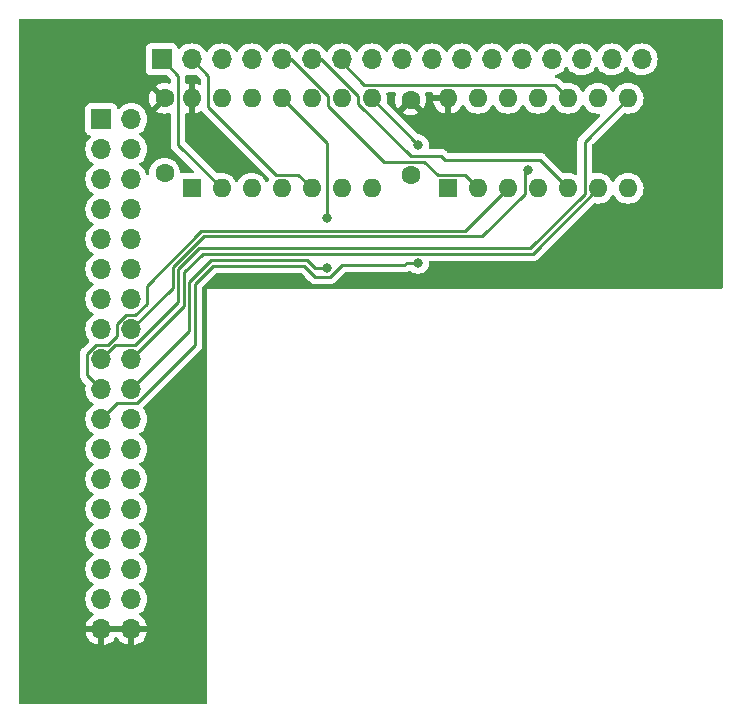
<source format=gbr>
%TF.GenerationSoftware,KiCad,Pcbnew,7.0.9*%
%TF.CreationDate,2024-08-02T01:25:27-05:00*%
%TF.ProjectId,Piggyback MEM0-7,50696767-7962-4616-936b-204d454d302d,rev?*%
%TF.SameCoordinates,Original*%
%TF.FileFunction,Copper,L2,Bot*%
%TF.FilePolarity,Positive*%
%FSLAX46Y46*%
G04 Gerber Fmt 4.6, Leading zero omitted, Abs format (unit mm)*
G04 Created by KiCad (PCBNEW 7.0.9) date 2024-08-02 01:25:27*
%MOMM*%
%LPD*%
G01*
G04 APERTURE LIST*
%TA.AperFunction,ComponentPad*%
%ADD10R,1.600000X1.600000*%
%TD*%
%TA.AperFunction,ComponentPad*%
%ADD11O,1.600000X1.600000*%
%TD*%
%TA.AperFunction,ComponentPad*%
%ADD12R,1.700000X1.700000*%
%TD*%
%TA.AperFunction,ComponentPad*%
%ADD13O,1.700000X1.700000*%
%TD*%
%TA.AperFunction,ComponentPad*%
%ADD14C,1.600000*%
%TD*%
%TA.AperFunction,ViaPad*%
%ADD15C,0.800000*%
%TD*%
%TA.AperFunction,Conductor*%
%ADD16C,0.250000*%
%TD*%
G04 APERTURE END LIST*
D10*
%TO.P,U3,1*%
%TO.N,~{CON INST}*%
X70485000Y-46990000D03*
D11*
%TO.P,U3,2*%
%TO.N,A11*%
X73025000Y-46990000D03*
%TO.P,U3,3*%
%TO.N,~{MEM4}*%
X75565000Y-46990000D03*
%TO.P,U3,4*%
%TO.N,~{CON INST}*%
X78105000Y-46990000D03*
%TO.P,U3,5*%
%TO.N,A10*%
X80645000Y-46990000D03*
%TO.P,U3,6*%
%TO.N,~{MEM5}*%
X83185000Y-46990000D03*
%TO.P,U3,7,GND*%
%TO.N,GND*%
X85725000Y-46990000D03*
%TO.P,U3,8*%
%TO.N,~{MEM6}*%
X85725000Y-39370000D03*
%TO.P,U3,9*%
%TO.N,~{CON INST}*%
X83185000Y-39370000D03*
%TO.P,U3,10*%
%TO.N,A09*%
X80645000Y-39370000D03*
%TO.P,U3,11*%
%TO.N,~{MEM7}*%
X78105000Y-39370000D03*
%TO.P,U3,12*%
%TO.N,~{CON INST}*%
X75565000Y-39370000D03*
%TO.P,U3,13*%
%TO.N,A08*%
X73025000Y-39370000D03*
%TO.P,U3,14,VCC*%
%TO.N,+5V*%
X70485000Y-39370000D03*
%TD*%
D12*
%TO.P,J1,1,Pin_1*%
%TO.N,GND*%
X41119000Y-41144000D03*
D13*
%TO.P,J1,2,Pin_2*%
X43659000Y-41144000D03*
%TO.P,J1,3,Pin_3*%
%TO.N,~{POWER FAIL}*%
X41119000Y-43684000D03*
%TO.P,J1,4,Pin_4*%
%TO.N,MEM OK*%
X43659000Y-43684000D03*
%TO.P,J1,5,Pin_5*%
%TO.N,~{EXEC}*%
X41119000Y-46224000D03*
%TO.P,J1,6,Pin_6*%
%TO.N,~{DEFER}*%
X43659000Y-46224000D03*
%TO.P,J1,7,Pin_7*%
%TO.N,~{FETCH}*%
X41119000Y-48764000D03*
%TO.P,J1,8,Pin_8*%
%TO.N,~{MEM15}*%
X43659000Y-48764000D03*
%TO.P,J1,9,Pin_9*%
%TO.N,~{MEM14}*%
X41119000Y-51304000D03*
%TO.P,J1,10,Pin_10*%
%TO.N,~{MEM13}*%
X43659000Y-51304000D03*
%TO.P,J1,11,Pin_11*%
%TO.N,~{MEM12}*%
X41119000Y-53844000D03*
%TO.P,J1,12,Pin_12*%
%TO.N,~{MEM11}*%
X43659000Y-53844000D03*
%TO.P,J1,13,Pin_13*%
%TO.N,~{MEM10}*%
X41119000Y-56384000D03*
%TO.P,J1,14,Pin_14*%
%TO.N,~{MEM9}*%
X43659000Y-56384000D03*
%TO.P,J1,15,Pin_15*%
%TO.N,~{MEM8}*%
X41119000Y-58924000D03*
%TO.P,J1,16,Pin_16*%
%TO.N,~{MEM7}*%
X43659000Y-58924000D03*
%TO.P,J1,17,Pin_17*%
%TO.N,~{MEM6}*%
X41119000Y-61464000D03*
%TO.P,J1,18,Pin_18*%
%TO.N,~{MEM5}*%
X43659000Y-61464000D03*
%TO.P,J1,19,Pin_19*%
%TO.N,~{MEM4}*%
X41119000Y-64004000D03*
%TO.P,J1,20,Pin_20*%
%TO.N,~{MEM3}*%
X43659000Y-64004000D03*
%TO.P,J1,21,Pin_21*%
%TO.N,~{MEM2}*%
X41119000Y-66544000D03*
%TO.P,J1,22,Pin_22*%
%TO.N,~{MEM1}*%
X43659000Y-66544000D03*
%TO.P,J1,23,Pin_23*%
%TO.N,~{MEM0}*%
X41119000Y-69084000D03*
%TO.P,J1,24,Pin_24*%
%TO.N,~{CARRY}*%
X43659000Y-69084000D03*
%TO.P,J1,25,Pin_25*%
%TO.N,~{ION}*%
X41119000Y-71624000D03*
%TO.P,J1,26,Pin_26*%
%TO.N,~{RUN}*%
X43659000Y-71624000D03*
%TO.P,J1,27,Pin_27*%
%TO.N,~{MBO15}*%
X41119000Y-74164000D03*
%TO.P,J1,28,Pin_28*%
%TO.N,~{MBO14}*%
X43659000Y-74164000D03*
%TO.P,J1,29,Pin_29*%
%TO.N,~{MBO13}*%
X41119000Y-76704000D03*
%TO.P,J1,30,Pin_30*%
%TO.N,~{MBO12}*%
X43659000Y-76704000D03*
%TO.P,J1,31,Pin_31*%
%TO.N,~{MBO11}*%
X41119000Y-79244000D03*
%TO.P,J1,32,Pin_32*%
%TO.N,~{MBO10}*%
X43659000Y-79244000D03*
%TO.P,J1,33,Pin_33*%
%TO.N,~{MBO9}*%
X41119000Y-81784000D03*
%TO.P,J1,34,Pin_34*%
%TO.N,~{MBO8}*%
X43659000Y-81784000D03*
%TO.P,J1,35,Pin_35*%
%TO.N,+5V*%
X41119000Y-84324000D03*
%TO.P,J1,36,Pin_36*%
X43659000Y-84324000D03*
%TD*%
D14*
%TO.P,C1,1*%
%TO.N,+5V*%
X67310000Y-39497000D03*
%TO.P,C1,2*%
%TO.N,GND*%
X67310000Y-45847000D03*
%TD*%
D12*
%TO.P,J3,1,Pin_1*%
%TO.N,A15*%
X46228000Y-36068000D03*
D13*
%TO.P,J3,2,Pin_2*%
%TO.N,A14*%
X48768000Y-36068000D03*
%TO.P,J3,3,Pin_3*%
%TO.N,A13*%
X51308000Y-36068000D03*
%TO.P,J3,4,Pin_4*%
%TO.N,A12*%
X53848000Y-36068000D03*
%TO.P,J3,5,Pin_5*%
%TO.N,A11*%
X56388000Y-36068000D03*
%TO.P,J3,6,Pin_6*%
%TO.N,A10*%
X58928000Y-36068000D03*
%TO.P,J3,7,Pin_7*%
%TO.N,A09*%
X61468000Y-36068000D03*
%TO.P,J3,8,Pin_8*%
%TO.N,A08*%
X64008000Y-36068000D03*
%TO.P,J3,9,Pin_9*%
%TO.N,unconnected-(J3-Pin_9-Pad9)*%
X66548000Y-36068000D03*
%TO.P,J3,10,Pin_10*%
%TO.N,RESTART ENABLE*%
X69088000Y-36068000D03*
%TO.P,J3,11,Pin_11*%
%TO.N,~{RST}*%
X71628000Y-36068000D03*
%TO.P,J3,12,Pin_12*%
%TO.N,~{CON RQ}*%
X74168000Y-36068000D03*
%TO.P,J3,13,Pin_13*%
%TO.N,~{CON INST}*%
X76708000Y-36068000D03*
%TO.P,J3,14,Pin_14*%
%TO.N,~{PL}*%
X79248000Y-36068000D03*
%TO.P,J3,15,Pin_15*%
%TO.N,~{ISTP}*%
X81788000Y-36068000D03*
%TO.P,J3,16,Pin_16*%
%TO.N,A01*%
X84328000Y-36068000D03*
%TO.P,J3,17,Pin_17*%
%TO.N,A00*%
X86868000Y-36068000D03*
%TD*%
D14*
%TO.P,C2,1*%
%TO.N,+5V*%
X46482000Y-39370000D03*
%TO.P,C2,2*%
%TO.N,GND*%
X46482000Y-45720000D03*
%TD*%
D10*
%TO.P,U2,1*%
%TO.N,~{CON INST}*%
X48768000Y-46990000D03*
D11*
%TO.P,U2,2*%
%TO.N,A15*%
X51308000Y-46990000D03*
%TO.P,U2,3*%
%TO.N,~{MEM0}*%
X53848000Y-46990000D03*
%TO.P,U2,4*%
%TO.N,~{CON INST}*%
X56388000Y-46990000D03*
%TO.P,U2,5*%
%TO.N,A14*%
X58928000Y-46990000D03*
%TO.P,U2,6*%
%TO.N,~{MEM1}*%
X61468000Y-46990000D03*
%TO.P,U2,7,GND*%
%TO.N,GND*%
X64008000Y-46990000D03*
%TO.P,U2,8*%
%TO.N,~{MEM2}*%
X64008000Y-39370000D03*
%TO.P,U2,9*%
%TO.N,~{CON INST}*%
X61468000Y-39370000D03*
%TO.P,U2,10*%
%TO.N,A13*%
X58928000Y-39370000D03*
%TO.P,U2,11*%
%TO.N,~{MEM3}*%
X56388000Y-39370000D03*
%TO.P,U2,12*%
%TO.N,~{CON INST}*%
X53848000Y-39370000D03*
%TO.P,U2,13*%
%TO.N,A12*%
X51308000Y-39370000D03*
%TO.P,U2,14,VCC*%
%TO.N,+5V*%
X48768000Y-39370000D03*
%TD*%
D15*
%TO.N,~{MEM7}*%
X77216000Y-45466000D03*
%TO.N,~{MEM3}*%
X60198000Y-49530000D03*
X60198000Y-53721000D03*
%TO.N,~{MEM2}*%
X67945000Y-43307000D03*
X67945000Y-53340000D03*
%TO.N,+5V*%
X80391000Y-44196000D03*
X83566000Y-44196000D03*
%TD*%
D16*
%TO.N,~{MEM7}*%
X49782604Y-51054000D02*
X73381991Y-51054000D01*
X76980000Y-47455991D02*
X76980000Y-45702000D01*
X73381991Y-51054000D02*
X76980000Y-47455991D01*
X43659000Y-58924000D02*
X47175000Y-55408000D01*
X47175000Y-53661604D02*
X49782604Y-51054000D01*
X47175000Y-55408000D02*
X47175000Y-53661604D01*
X76980000Y-45702000D02*
X77216000Y-45466000D01*
%TO.N,~{MEM6}*%
X43955701Y-60289000D02*
X45073850Y-59170850D01*
X82060000Y-47455991D02*
X82060000Y-43035000D01*
X42294000Y-60289000D02*
X43955701Y-60289000D01*
X77445990Y-52070000D02*
X82060000Y-47455991D01*
X41119000Y-61464000D02*
X42294000Y-60289000D01*
X49403000Y-52070000D02*
X77445990Y-52070000D01*
X47625000Y-56642000D02*
X47625000Y-53848000D01*
X45073850Y-59170850D02*
X45096150Y-59170850D01*
X82060000Y-43035000D02*
X85725000Y-39370000D01*
X45096150Y-59170850D02*
X47625000Y-56642000D01*
X47625000Y-53848000D02*
X49403000Y-52070000D01*
%TO.N,~{MEM5}*%
X43659000Y-61464000D02*
X48133000Y-56990000D01*
X48133000Y-54102000D02*
X49715000Y-52520000D01*
X77655000Y-52520000D02*
X83185000Y-46990000D01*
X49715000Y-52520000D02*
X77655000Y-52520000D01*
X48133000Y-56990000D02*
X48133000Y-54102000D01*
%TO.N,~{MEM4}*%
X39944000Y-60977299D02*
X39944000Y-62829000D01*
X42418000Y-59528604D02*
X41657604Y-60289000D01*
X75565000Y-46990000D02*
X71951000Y-50604000D01*
X44958000Y-56769000D02*
X43978000Y-57749000D01*
X41657604Y-60289000D02*
X40632299Y-60289000D01*
X40632299Y-60289000D02*
X39944000Y-60977299D01*
X71951000Y-50604000D02*
X49596208Y-50604000D01*
X43172299Y-57749000D02*
X42418000Y-58503299D01*
X42418000Y-58503299D02*
X42418000Y-59528604D01*
X39944000Y-62829000D02*
X41119000Y-64004000D01*
X43978000Y-57749000D02*
X43172299Y-57749000D01*
X49596208Y-50604000D02*
X44958000Y-55242208D01*
X44958000Y-55242208D02*
X44958000Y-56769000D01*
%TO.N,~{MEM3}*%
X60198000Y-43180000D02*
X60198000Y-49530000D01*
X48583000Y-54922000D02*
X50419000Y-53086000D01*
X50419000Y-53086000D02*
X58547000Y-53086000D01*
X48583000Y-59080000D02*
X48583000Y-54922000D01*
X59182000Y-53721000D02*
X60198000Y-53721000D01*
X56388000Y-39370000D02*
X60198000Y-43180000D01*
X58547000Y-53086000D02*
X59182000Y-53721000D01*
X43659000Y-64004000D02*
X48583000Y-59080000D01*
%TO.N,~{MEM2}*%
X41119000Y-66544000D02*
X42484000Y-65179000D01*
X66802000Y-53476305D02*
X66938305Y-53340000D01*
X49033000Y-60291702D02*
X49033000Y-55108396D01*
X59240000Y-54483000D02*
X60461305Y-54483000D01*
X66938305Y-53340000D02*
X67945000Y-53340000D01*
X49033000Y-55108396D02*
X50605396Y-53536000D01*
X42484000Y-65179000D02*
X44145701Y-65179000D01*
X58293000Y-53536000D02*
X59240000Y-54483000D01*
X50605396Y-53536000D02*
X58293000Y-53536000D01*
X60461305Y-54483000D02*
X61468000Y-53476305D01*
X61468000Y-53476305D02*
X66802000Y-53476305D01*
X44145701Y-65179000D02*
X49033000Y-60291702D01*
X64008000Y-39370000D02*
X67945000Y-43307000D01*
%TO.N,A15*%
X46228000Y-36068000D02*
X47607000Y-37447000D01*
X47607000Y-43289000D02*
X51308000Y-46990000D01*
X47607000Y-37447000D02*
X47607000Y-43289000D01*
%TO.N,A14*%
X50165000Y-40107991D02*
X55922009Y-45865000D01*
X57803000Y-45865000D02*
X58928000Y-46990000D01*
X55922009Y-45865000D02*
X57803000Y-45865000D01*
X48768000Y-36068000D02*
X50165000Y-37465000D01*
X50165000Y-37465000D02*
X50165000Y-40107991D01*
%TO.N,A11*%
X60325000Y-40005000D02*
X60325000Y-39176009D01*
X57216991Y-36068000D02*
X56388000Y-36068000D01*
X71882000Y-45847000D02*
X69596000Y-45847000D01*
X73025000Y-46990000D02*
X71882000Y-45847000D01*
X69596000Y-45847000D02*
X68471000Y-44722000D01*
X68471000Y-44722000D02*
X65042000Y-44722000D01*
X60325000Y-39176009D02*
X57216991Y-36068000D01*
X65042000Y-44722000D02*
X60325000Y-40005000D01*
%TO.N,A10*%
X80645000Y-46990000D02*
X78290000Y-44635000D01*
X62883000Y-39835991D02*
X62883000Y-39194009D01*
X70231000Y-44635000D02*
X69868000Y-44272000D01*
X78290000Y-44635000D02*
X70231000Y-44635000D01*
X62883000Y-39194009D02*
X59756991Y-36068000D01*
X67319009Y-44272000D02*
X62883000Y-39835991D01*
X69868000Y-44272000D02*
X67319009Y-44272000D01*
X59756991Y-36068000D02*
X58928000Y-36068000D01*
%TO.N,A09*%
X63391000Y-38245000D02*
X79520000Y-38245000D01*
X61214000Y-36068000D02*
X63391000Y-38245000D01*
X61468000Y-36068000D02*
X61214000Y-36068000D01*
X79520000Y-38245000D02*
X80645000Y-39370000D01*
%TD*%
%TA.AperFunction,Conductor*%
%TO.N,+5V*%
G36*
X43199507Y-84114156D02*
G01*
X43159000Y-84252111D01*
X43159000Y-84395889D01*
X43199507Y-84533844D01*
X43225314Y-84574000D01*
X41552686Y-84574000D01*
X41578493Y-84533844D01*
X41619000Y-84395889D01*
X41619000Y-84252111D01*
X41578493Y-84114156D01*
X41552686Y-84074000D01*
X43225314Y-84074000D01*
X43199507Y-84114156D01*
G37*
%TD.AperFunction*%
%TA.AperFunction,Conductor*%
G36*
X49018000Y-40648872D02*
G01*
X49214317Y-40596269D01*
X49214331Y-40596264D01*
X49420478Y-40500136D01*
X49420480Y-40500135D01*
X49487391Y-40453283D01*
X49553597Y-40430955D01*
X49621365Y-40447964D01*
X49661881Y-40488378D01*
X49662050Y-40488248D01*
X49663074Y-40489569D01*
X49665249Y-40491738D01*
X49666827Y-40494407D01*
X49666833Y-40494415D01*
X49680990Y-40508571D01*
X49693628Y-40523367D01*
X49705405Y-40539577D01*
X49705406Y-40539578D01*
X49741309Y-40569279D01*
X49745620Y-40573201D01*
X54024843Y-44852425D01*
X55287745Y-46115327D01*
X55321230Y-46176650D01*
X55316246Y-46246342D01*
X55301640Y-46274130D01*
X55257431Y-46337267D01*
X55230382Y-46395275D01*
X55184209Y-46447714D01*
X55117016Y-46466866D01*
X55050135Y-46446650D01*
X55005618Y-46395275D01*
X54994902Y-46372295D01*
X54978568Y-46337266D01*
X54874682Y-46188900D01*
X54848045Y-46150858D01*
X54687141Y-45989954D01*
X54500734Y-45859432D01*
X54500732Y-45859431D01*
X54294497Y-45763261D01*
X54294488Y-45763258D01*
X54074697Y-45704366D01*
X54074693Y-45704365D01*
X54074692Y-45704365D01*
X54074691Y-45704364D01*
X54074686Y-45704364D01*
X53848002Y-45684532D01*
X53847998Y-45684532D01*
X53621313Y-45704364D01*
X53621302Y-45704366D01*
X53401511Y-45763258D01*
X53401502Y-45763261D01*
X53195267Y-45859431D01*
X53195265Y-45859432D01*
X53008858Y-45989954D01*
X52847954Y-46150858D01*
X52717432Y-46337265D01*
X52717431Y-46337267D01*
X52690382Y-46395275D01*
X52644209Y-46447714D01*
X52577016Y-46466866D01*
X52510135Y-46446650D01*
X52465618Y-46395275D01*
X52454902Y-46372295D01*
X52438568Y-46337266D01*
X52334682Y-46188900D01*
X52308045Y-46150858D01*
X52147141Y-45989954D01*
X51960734Y-45859432D01*
X51960732Y-45859431D01*
X51754497Y-45763261D01*
X51754488Y-45763258D01*
X51534697Y-45704366D01*
X51534693Y-45704365D01*
X51534692Y-45704365D01*
X51534691Y-45704364D01*
X51534686Y-45704364D01*
X51308002Y-45684532D01*
X51307999Y-45684532D01*
X51081313Y-45704364D01*
X51081296Y-45704367D01*
X51012949Y-45722680D01*
X50943099Y-45721016D01*
X50893177Y-45690586D01*
X48268819Y-43066228D01*
X48235334Y-43004905D01*
X48232500Y-42978547D01*
X48232500Y-40733972D01*
X48252185Y-40666933D01*
X48304989Y-40621178D01*
X48374147Y-40611234D01*
X48388594Y-40614197D01*
X48517999Y-40648871D01*
X48518000Y-40648871D01*
X48518000Y-39685686D01*
X48529955Y-39697641D01*
X48642852Y-39755165D01*
X48736519Y-39770000D01*
X48799481Y-39770000D01*
X48893148Y-39755165D01*
X49006045Y-39697641D01*
X49018000Y-39685686D01*
X49018000Y-40648872D01*
G37*
%TD.AperFunction*%
%TA.AperFunction,Conductor*%
G36*
X66040148Y-38890185D02*
G01*
X66085903Y-38942989D01*
X66095847Y-39012147D01*
X66085492Y-39046903D01*
X66083734Y-39050672D01*
X66083730Y-39050682D01*
X66024860Y-39270389D01*
X66024858Y-39270400D01*
X66005034Y-39496997D01*
X66005034Y-39497002D01*
X66024858Y-39723599D01*
X66024860Y-39723610D01*
X66083730Y-39943317D01*
X66083734Y-39943326D01*
X66179865Y-40149481D01*
X66179866Y-40149483D01*
X66230973Y-40222471D01*
X66230973Y-40222472D01*
X66912045Y-39541399D01*
X66924835Y-39622148D01*
X66982359Y-39735045D01*
X67071955Y-39824641D01*
X67184852Y-39882165D01*
X67265599Y-39894953D01*
X66584526Y-40576025D01*
X66584526Y-40576026D01*
X66657512Y-40627131D01*
X66657516Y-40627133D01*
X66863673Y-40723265D01*
X66863682Y-40723269D01*
X67083389Y-40782139D01*
X67083400Y-40782141D01*
X67309998Y-40801966D01*
X67310002Y-40801966D01*
X67536599Y-40782141D01*
X67536610Y-40782139D01*
X67756317Y-40723269D01*
X67756331Y-40723264D01*
X67962478Y-40627136D01*
X68035472Y-40576025D01*
X67354401Y-39894953D01*
X67435148Y-39882165D01*
X67548045Y-39824641D01*
X67637641Y-39735045D01*
X67695165Y-39622148D01*
X67707953Y-39541400D01*
X68389025Y-40222472D01*
X68440136Y-40149478D01*
X68536264Y-39943331D01*
X68536269Y-39943317D01*
X68595139Y-39723610D01*
X68595141Y-39723599D01*
X68614966Y-39497002D01*
X68614966Y-39496997D01*
X68595141Y-39270400D01*
X68595139Y-39270389D01*
X68536269Y-39050682D01*
X68536265Y-39050672D01*
X68534508Y-39046903D01*
X68524017Y-38977825D01*
X68552538Y-38914042D01*
X68611015Y-38875803D01*
X68646891Y-38870500D01*
X69111381Y-38870500D01*
X69178420Y-38890185D01*
X69224175Y-38942989D01*
X69234119Y-39012147D01*
X69231156Y-39026594D01*
X69206128Y-39119999D01*
X69206128Y-39120000D01*
X70169314Y-39120000D01*
X70157359Y-39131955D01*
X70099835Y-39244852D01*
X70080014Y-39370000D01*
X70099835Y-39495148D01*
X70157359Y-39608045D01*
X70169314Y-39620000D01*
X69206128Y-39620000D01*
X69258730Y-39816317D01*
X69258734Y-39816326D01*
X69354865Y-40022482D01*
X69485342Y-40208820D01*
X69646179Y-40369657D01*
X69832517Y-40500134D01*
X70038673Y-40596265D01*
X70038682Y-40596269D01*
X70234999Y-40648872D01*
X70235000Y-40648871D01*
X70235000Y-39685686D01*
X70246955Y-39697641D01*
X70359852Y-39755165D01*
X70453519Y-39770000D01*
X70516481Y-39770000D01*
X70610148Y-39755165D01*
X70723045Y-39697641D01*
X70735000Y-39685686D01*
X70735000Y-40648872D01*
X70931317Y-40596269D01*
X70931326Y-40596265D01*
X71137482Y-40500134D01*
X71323820Y-40369657D01*
X71484657Y-40208820D01*
X71615132Y-40022484D01*
X71642341Y-39964134D01*
X71688513Y-39911695D01*
X71755707Y-39892542D01*
X71822588Y-39912757D01*
X71867106Y-39964133D01*
X71894431Y-40022732D01*
X71894432Y-40022734D01*
X72024954Y-40209141D01*
X72185858Y-40370045D01*
X72232693Y-40402839D01*
X72372266Y-40500568D01*
X72578504Y-40596739D01*
X72798308Y-40655635D01*
X72955780Y-40669412D01*
X73024998Y-40675468D01*
X73025000Y-40675468D01*
X73025002Y-40675468D01*
X73094220Y-40669412D01*
X73251692Y-40655635D01*
X73471496Y-40596739D01*
X73677734Y-40500568D01*
X73864139Y-40370047D01*
X74025047Y-40209139D01*
X74155568Y-40022734D01*
X74182618Y-39964724D01*
X74228790Y-39912285D01*
X74295983Y-39893133D01*
X74362865Y-39913348D01*
X74407382Y-39964725D01*
X74434429Y-40022728D01*
X74434432Y-40022734D01*
X74564954Y-40209141D01*
X74725858Y-40370045D01*
X74772693Y-40402839D01*
X74912266Y-40500568D01*
X75118504Y-40596739D01*
X75338308Y-40655635D01*
X75495780Y-40669412D01*
X75564998Y-40675468D01*
X75565000Y-40675468D01*
X75565002Y-40675468D01*
X75634220Y-40669412D01*
X75791692Y-40655635D01*
X76011496Y-40596739D01*
X76217734Y-40500568D01*
X76404139Y-40370047D01*
X76565047Y-40209139D01*
X76695568Y-40022734D01*
X76722618Y-39964724D01*
X76768790Y-39912285D01*
X76835983Y-39893133D01*
X76902865Y-39913348D01*
X76947382Y-39964725D01*
X76974429Y-40022728D01*
X76974432Y-40022734D01*
X77104954Y-40209141D01*
X77265858Y-40370045D01*
X77312693Y-40402839D01*
X77452266Y-40500568D01*
X77658504Y-40596739D01*
X77878308Y-40655635D01*
X78035780Y-40669412D01*
X78104998Y-40675468D01*
X78105000Y-40675468D01*
X78105002Y-40675468D01*
X78174220Y-40669412D01*
X78331692Y-40655635D01*
X78551496Y-40596739D01*
X78757734Y-40500568D01*
X78944139Y-40370047D01*
X79105047Y-40209139D01*
X79235568Y-40022734D01*
X79262618Y-39964724D01*
X79308790Y-39912285D01*
X79375983Y-39893133D01*
X79442865Y-39913348D01*
X79487382Y-39964725D01*
X79514429Y-40022728D01*
X79514432Y-40022734D01*
X79644954Y-40209141D01*
X79805858Y-40370045D01*
X79852693Y-40402839D01*
X79992266Y-40500568D01*
X80198504Y-40596739D01*
X80418308Y-40655635D01*
X80575780Y-40669412D01*
X80644998Y-40675468D01*
X80645000Y-40675468D01*
X80645002Y-40675468D01*
X80714220Y-40669412D01*
X80871692Y-40655635D01*
X81091496Y-40596739D01*
X81297734Y-40500568D01*
X81484139Y-40370047D01*
X81645047Y-40209139D01*
X81775568Y-40022734D01*
X81802618Y-39964724D01*
X81848790Y-39912285D01*
X81915983Y-39893133D01*
X81982865Y-39913348D01*
X82027382Y-39964725D01*
X82054429Y-40022728D01*
X82054432Y-40022734D01*
X82184954Y-40209141D01*
X82345858Y-40370045D01*
X82392693Y-40402839D01*
X82532266Y-40500568D01*
X82738504Y-40596739D01*
X82958308Y-40655635D01*
X83115780Y-40669412D01*
X83184998Y-40675468D01*
X83184999Y-40675468D01*
X83184999Y-40675467D01*
X83185000Y-40675468D01*
X83229102Y-40671609D01*
X83297600Y-40685375D01*
X83347784Y-40733989D01*
X83363718Y-40802018D01*
X83340344Y-40867862D01*
X83327590Y-40882818D01*
X81676208Y-42534199D01*
X81663951Y-42544020D01*
X81664134Y-42544241D01*
X81658123Y-42549213D01*
X81610772Y-42599636D01*
X81589889Y-42620519D01*
X81589877Y-42620532D01*
X81585621Y-42626017D01*
X81581837Y-42630447D01*
X81549937Y-42664418D01*
X81549936Y-42664420D01*
X81540284Y-42681976D01*
X81529610Y-42698226D01*
X81517329Y-42714061D01*
X81517324Y-42714068D01*
X81498815Y-42756838D01*
X81496245Y-42762084D01*
X81473803Y-42802906D01*
X81468822Y-42822307D01*
X81462521Y-42840710D01*
X81454562Y-42859102D01*
X81454561Y-42859105D01*
X81447271Y-42905127D01*
X81446087Y-42910846D01*
X81434501Y-42955972D01*
X81434500Y-42955982D01*
X81434500Y-42976016D01*
X81432973Y-42995413D01*
X81429840Y-43015196D01*
X81430598Y-43023210D01*
X81434225Y-43061583D01*
X81434500Y-43067421D01*
X81434500Y-45728566D01*
X81414815Y-45795605D01*
X81362011Y-45841360D01*
X81292853Y-45851304D01*
X81258095Y-45840948D01*
X81160857Y-45795605D01*
X81091496Y-45763261D01*
X81091492Y-45763260D01*
X81091488Y-45763258D01*
X80871697Y-45704366D01*
X80871693Y-45704365D01*
X80871692Y-45704365D01*
X80871691Y-45704364D01*
X80871686Y-45704364D01*
X80645002Y-45684532D01*
X80644999Y-45684532D01*
X80418313Y-45704364D01*
X80418296Y-45704367D01*
X80349949Y-45722680D01*
X80280099Y-45721016D01*
X80230177Y-45690586D01*
X78790803Y-44251212D01*
X78780980Y-44238950D01*
X78780759Y-44239134D01*
X78775786Y-44233123D01*
X78725364Y-44185773D01*
X78714919Y-44175328D01*
X78704475Y-44164883D01*
X78698986Y-44160625D01*
X78694561Y-44156847D01*
X78660582Y-44124938D01*
X78660580Y-44124936D01*
X78660577Y-44124935D01*
X78643029Y-44115288D01*
X78626763Y-44104604D01*
X78610936Y-44092327D01*
X78610935Y-44092326D01*
X78610933Y-44092325D01*
X78568168Y-44073818D01*
X78562922Y-44071248D01*
X78522093Y-44048803D01*
X78522092Y-44048802D01*
X78502693Y-44043822D01*
X78484281Y-44037518D01*
X78465898Y-44029562D01*
X78465892Y-44029560D01*
X78419874Y-44022272D01*
X78414152Y-44021087D01*
X78369021Y-44009500D01*
X78369019Y-44009500D01*
X78348984Y-44009500D01*
X78329586Y-44007973D01*
X78322162Y-44006797D01*
X78309805Y-44004840D01*
X78309804Y-44004840D01*
X78263416Y-44009225D01*
X78257578Y-44009500D01*
X70541454Y-44009500D01*
X70474415Y-43989815D01*
X70453773Y-43973182D01*
X70368804Y-43888214D01*
X70358986Y-43875957D01*
X70358764Y-43876141D01*
X70353789Y-43870129D01*
X70353786Y-43870123D01*
X70330209Y-43847983D01*
X70303363Y-43822772D01*
X70282474Y-43801883D01*
X70282473Y-43801882D01*
X70282471Y-43801880D01*
X70276984Y-43797623D01*
X70272550Y-43793836D01*
X70238582Y-43761938D01*
X70238581Y-43761937D01*
X70238577Y-43761935D01*
X70221029Y-43752288D01*
X70204763Y-43741604D01*
X70188933Y-43729325D01*
X70146168Y-43710818D01*
X70140922Y-43708248D01*
X70100093Y-43685803D01*
X70100092Y-43685802D01*
X70080693Y-43680822D01*
X70062281Y-43674518D01*
X70043898Y-43666562D01*
X70043892Y-43666560D01*
X69997874Y-43659272D01*
X69992152Y-43658087D01*
X69947021Y-43646500D01*
X69947019Y-43646500D01*
X69926984Y-43646500D01*
X69907586Y-43644973D01*
X69900162Y-43643797D01*
X69887805Y-43641840D01*
X69887804Y-43641840D01*
X69841416Y-43646225D01*
X69835578Y-43646500D01*
X68951653Y-43646500D01*
X68884614Y-43626815D01*
X68838859Y-43574011D01*
X68828915Y-43504853D01*
X68830362Y-43496722D01*
X68830673Y-43495258D01*
X68830674Y-43495256D01*
X68850460Y-43307000D01*
X68830674Y-43118744D01*
X68772179Y-42938716D01*
X68677533Y-42774784D01*
X68550871Y-42634112D01*
X68542898Y-42628319D01*
X68397734Y-42522851D01*
X68397729Y-42522848D01*
X68224807Y-42445857D01*
X68224802Y-42445855D01*
X68074931Y-42414000D01*
X68039646Y-42406500D01*
X68039645Y-42406500D01*
X67980452Y-42406500D01*
X67913413Y-42386815D01*
X67892771Y-42370181D01*
X65307413Y-39784822D01*
X65273928Y-39723499D01*
X65275319Y-39665048D01*
X65278000Y-39655042D01*
X65293635Y-39596692D01*
X65313468Y-39370000D01*
X65293635Y-39143308D01*
X65268816Y-39050682D01*
X65262362Y-39026593D01*
X65264025Y-38956743D01*
X65303188Y-38898881D01*
X65367417Y-38871377D01*
X65382137Y-38870500D01*
X65973109Y-38870500D01*
X66040148Y-38890185D01*
G37*
%TD.AperFunction*%
%TA.AperFunction,Conductor*%
G36*
X48390143Y-37364894D02*
G01*
X48532592Y-37403063D01*
X48709034Y-37418500D01*
X48767999Y-37423659D01*
X48768000Y-37423659D01*
X48768001Y-37423659D01*
X48826966Y-37418500D01*
X49003408Y-37403063D01*
X49103873Y-37376143D01*
X49173722Y-37377806D01*
X49223647Y-37408237D01*
X49503181Y-37687771D01*
X49536666Y-37749094D01*
X49539500Y-37775452D01*
X49539500Y-38100723D01*
X49519815Y-38167762D01*
X49467011Y-38213517D01*
X49397853Y-38223461D01*
X49363096Y-38213105D01*
X49214330Y-38143735D01*
X49018000Y-38091127D01*
X49018000Y-39054314D01*
X49006045Y-39042359D01*
X48893148Y-38984835D01*
X48799481Y-38970000D01*
X48736519Y-38970000D01*
X48642852Y-38984835D01*
X48529955Y-39042359D01*
X48518000Y-39054314D01*
X48518000Y-38091127D01*
X48517999Y-38091126D01*
X48388594Y-38125801D01*
X48318744Y-38124138D01*
X48260881Y-38084976D01*
X48233377Y-38020747D01*
X48232500Y-38006026D01*
X48232500Y-37529742D01*
X48234224Y-37514122D01*
X48233939Y-37514095D01*
X48234672Y-37506336D01*
X48234673Y-37506333D01*
X48234114Y-37488564D01*
X48251682Y-37420942D01*
X48303022Y-37373550D01*
X48371834Y-37361438D01*
X48390143Y-37364894D01*
G37*
%TD.AperFunction*%
%TA.AperFunction,Conductor*%
G36*
X93668539Y-32659185D02*
G01*
X93714294Y-32711989D01*
X93725500Y-32763500D01*
X93725500Y-55374500D01*
X93705815Y-55441539D01*
X93653011Y-55487294D01*
X93601500Y-55498500D01*
X50062760Y-55498500D01*
X50062554Y-55498459D01*
X50038000Y-55498459D01*
X50037901Y-55498500D01*
X50037617Y-55498616D01*
X50037615Y-55498618D01*
X50037459Y-55498999D01*
X50037476Y-55523616D01*
X50037471Y-55523616D01*
X50037500Y-55523759D01*
X50037500Y-90553500D01*
X50017815Y-90620539D01*
X49965011Y-90666294D01*
X49913500Y-90677500D01*
X34287500Y-90677500D01*
X34220461Y-90657815D01*
X34174706Y-90605011D01*
X34163500Y-90553500D01*
X34163500Y-60957494D01*
X39313840Y-60957494D01*
X39318225Y-61003882D01*
X39318500Y-61009720D01*
X39318500Y-62746255D01*
X39316775Y-62761872D01*
X39317061Y-62761899D01*
X39316326Y-62769665D01*
X39318500Y-62838814D01*
X39318500Y-62868343D01*
X39318501Y-62868360D01*
X39319368Y-62875231D01*
X39319826Y-62881050D01*
X39321290Y-62927624D01*
X39321291Y-62927627D01*
X39326880Y-62946867D01*
X39330824Y-62965911D01*
X39333336Y-62985791D01*
X39350490Y-63029119D01*
X39352382Y-63034647D01*
X39365381Y-63079388D01*
X39375580Y-63096634D01*
X39384138Y-63114103D01*
X39391514Y-63132732D01*
X39418898Y-63170423D01*
X39422106Y-63175307D01*
X39445827Y-63215416D01*
X39445833Y-63215424D01*
X39459990Y-63229580D01*
X39472628Y-63244376D01*
X39484405Y-63260586D01*
X39484406Y-63260587D01*
X39520309Y-63290288D01*
X39524620Y-63294210D01*
X39762377Y-63531967D01*
X39778762Y-63548352D01*
X39812247Y-63609675D01*
X39810856Y-63668126D01*
X39783938Y-63768586D01*
X39783936Y-63768596D01*
X39763341Y-64003999D01*
X39763341Y-64004000D01*
X39783936Y-64239403D01*
X39783938Y-64239413D01*
X39845094Y-64467655D01*
X39845096Y-64467659D01*
X39845097Y-64467663D01*
X39886425Y-64556290D01*
X39944965Y-64681830D01*
X39944967Y-64681834D01*
X40080501Y-64875395D01*
X40080506Y-64875402D01*
X40247597Y-65042493D01*
X40247603Y-65042498D01*
X40433158Y-65172425D01*
X40476783Y-65227002D01*
X40483977Y-65296500D01*
X40452454Y-65358855D01*
X40433158Y-65375575D01*
X40247597Y-65505505D01*
X40080505Y-65672597D01*
X39944965Y-65866169D01*
X39944964Y-65866171D01*
X39845098Y-66080335D01*
X39845094Y-66080344D01*
X39783938Y-66308586D01*
X39783936Y-66308596D01*
X39763341Y-66543999D01*
X39763341Y-66544000D01*
X39783936Y-66779403D01*
X39783938Y-66779413D01*
X39845094Y-67007655D01*
X39845096Y-67007659D01*
X39845097Y-67007663D01*
X39849000Y-67016032D01*
X39944965Y-67221830D01*
X39944967Y-67221834D01*
X40053281Y-67376521D01*
X40080501Y-67415396D01*
X40080506Y-67415402D01*
X40247597Y-67582493D01*
X40247603Y-67582498D01*
X40433158Y-67712425D01*
X40476783Y-67767002D01*
X40483977Y-67836500D01*
X40452454Y-67898855D01*
X40433158Y-67915575D01*
X40247597Y-68045505D01*
X40080505Y-68212597D01*
X39944965Y-68406169D01*
X39944964Y-68406171D01*
X39845098Y-68620335D01*
X39845094Y-68620344D01*
X39783938Y-68848586D01*
X39783936Y-68848596D01*
X39763341Y-69083999D01*
X39763341Y-69084000D01*
X39783936Y-69319403D01*
X39783938Y-69319413D01*
X39845094Y-69547655D01*
X39845096Y-69547659D01*
X39845097Y-69547663D01*
X39849000Y-69556032D01*
X39944965Y-69761830D01*
X39944967Y-69761834D01*
X40053281Y-69916521D01*
X40080501Y-69955396D01*
X40080506Y-69955402D01*
X40247597Y-70122493D01*
X40247603Y-70122498D01*
X40433158Y-70252425D01*
X40476783Y-70307002D01*
X40483977Y-70376500D01*
X40452454Y-70438855D01*
X40433158Y-70455575D01*
X40247597Y-70585505D01*
X40080505Y-70752597D01*
X39944965Y-70946169D01*
X39944964Y-70946171D01*
X39845098Y-71160335D01*
X39845094Y-71160344D01*
X39783938Y-71388586D01*
X39783936Y-71388596D01*
X39763341Y-71623999D01*
X39763341Y-71624000D01*
X39783936Y-71859403D01*
X39783938Y-71859413D01*
X39845094Y-72087655D01*
X39845096Y-72087659D01*
X39845097Y-72087663D01*
X39849000Y-72096032D01*
X39944965Y-72301830D01*
X39944967Y-72301834D01*
X40053281Y-72456521D01*
X40080501Y-72495396D01*
X40080506Y-72495402D01*
X40247597Y-72662493D01*
X40247603Y-72662498D01*
X40433158Y-72792425D01*
X40476783Y-72847002D01*
X40483977Y-72916500D01*
X40452454Y-72978855D01*
X40433158Y-72995575D01*
X40247597Y-73125505D01*
X40080505Y-73292597D01*
X39944965Y-73486169D01*
X39944964Y-73486171D01*
X39845098Y-73700335D01*
X39845094Y-73700344D01*
X39783938Y-73928586D01*
X39783936Y-73928596D01*
X39763341Y-74163999D01*
X39763341Y-74164000D01*
X39783936Y-74399403D01*
X39783938Y-74399413D01*
X39845094Y-74627655D01*
X39845096Y-74627659D01*
X39845097Y-74627663D01*
X39849000Y-74636032D01*
X39944965Y-74841830D01*
X39944967Y-74841834D01*
X40053281Y-74996521D01*
X40080501Y-75035396D01*
X40080506Y-75035402D01*
X40247597Y-75202493D01*
X40247603Y-75202498D01*
X40433158Y-75332425D01*
X40476783Y-75387002D01*
X40483977Y-75456500D01*
X40452454Y-75518855D01*
X40433158Y-75535575D01*
X40247597Y-75665505D01*
X40080505Y-75832597D01*
X39944965Y-76026169D01*
X39944964Y-76026171D01*
X39845098Y-76240335D01*
X39845094Y-76240344D01*
X39783938Y-76468586D01*
X39783936Y-76468596D01*
X39763341Y-76703999D01*
X39763341Y-76704000D01*
X39783936Y-76939403D01*
X39783938Y-76939413D01*
X39845094Y-77167655D01*
X39845096Y-77167659D01*
X39845097Y-77167663D01*
X39849000Y-77176032D01*
X39944965Y-77381830D01*
X39944967Y-77381834D01*
X40053281Y-77536521D01*
X40080501Y-77575396D01*
X40080506Y-77575402D01*
X40247597Y-77742493D01*
X40247603Y-77742498D01*
X40433158Y-77872425D01*
X40476783Y-77927002D01*
X40483977Y-77996500D01*
X40452454Y-78058855D01*
X40433158Y-78075575D01*
X40247597Y-78205505D01*
X40080505Y-78372597D01*
X39944965Y-78566169D01*
X39944964Y-78566171D01*
X39845098Y-78780335D01*
X39845094Y-78780344D01*
X39783938Y-79008586D01*
X39783936Y-79008596D01*
X39763341Y-79243999D01*
X39763341Y-79244000D01*
X39783936Y-79479403D01*
X39783938Y-79479413D01*
X39845094Y-79707655D01*
X39845096Y-79707659D01*
X39845097Y-79707663D01*
X39849000Y-79716032D01*
X39944965Y-79921830D01*
X39944967Y-79921834D01*
X40053281Y-80076521D01*
X40080501Y-80115396D01*
X40080506Y-80115402D01*
X40247597Y-80282493D01*
X40247603Y-80282498D01*
X40433158Y-80412425D01*
X40476783Y-80467002D01*
X40483977Y-80536500D01*
X40452454Y-80598855D01*
X40433158Y-80615575D01*
X40247597Y-80745505D01*
X40080505Y-80912597D01*
X39944965Y-81106169D01*
X39944964Y-81106171D01*
X39845098Y-81320335D01*
X39845094Y-81320344D01*
X39783938Y-81548586D01*
X39783936Y-81548596D01*
X39763341Y-81783999D01*
X39763341Y-81784000D01*
X39783936Y-82019403D01*
X39783938Y-82019413D01*
X39845094Y-82247655D01*
X39845096Y-82247659D01*
X39845097Y-82247663D01*
X39849000Y-82256032D01*
X39944965Y-82461830D01*
X39944967Y-82461834D01*
X40053281Y-82616521D01*
X40080501Y-82655396D01*
X40080506Y-82655402D01*
X40247597Y-82822493D01*
X40247603Y-82822498D01*
X40433594Y-82952730D01*
X40477219Y-83007307D01*
X40484413Y-83076805D01*
X40452890Y-83139160D01*
X40433595Y-83155880D01*
X40247922Y-83285890D01*
X40247920Y-83285891D01*
X40080891Y-83452920D01*
X40080886Y-83452926D01*
X39945400Y-83646420D01*
X39945399Y-83646422D01*
X39845570Y-83860507D01*
X39845567Y-83860513D01*
X39788364Y-84073999D01*
X39788364Y-84074000D01*
X40685314Y-84074000D01*
X40659507Y-84114156D01*
X40619000Y-84252111D01*
X40619000Y-84395889D01*
X40659507Y-84533844D01*
X40685314Y-84574000D01*
X39788364Y-84574000D01*
X39845567Y-84787486D01*
X39845570Y-84787492D01*
X39945399Y-85001578D01*
X40080894Y-85195082D01*
X40247917Y-85362105D01*
X40441421Y-85497600D01*
X40655507Y-85597429D01*
X40655516Y-85597433D01*
X40869000Y-85654634D01*
X40869000Y-84759501D01*
X40976685Y-84808680D01*
X41083237Y-84824000D01*
X41154763Y-84824000D01*
X41261315Y-84808680D01*
X41369000Y-84759501D01*
X41369000Y-85654633D01*
X41582483Y-85597433D01*
X41582492Y-85597429D01*
X41796578Y-85497600D01*
X41990082Y-85362105D01*
X42157105Y-85195082D01*
X42287425Y-85008968D01*
X42342002Y-84965344D01*
X42411501Y-84958151D01*
X42473855Y-84989673D01*
X42490575Y-85008968D01*
X42620894Y-85195082D01*
X42787917Y-85362105D01*
X42981421Y-85497600D01*
X43195507Y-85597429D01*
X43195516Y-85597433D01*
X43409000Y-85654634D01*
X43409000Y-84759501D01*
X43516685Y-84808680D01*
X43623237Y-84824000D01*
X43694763Y-84824000D01*
X43801315Y-84808680D01*
X43909000Y-84759501D01*
X43909000Y-85654633D01*
X44122483Y-85597433D01*
X44122492Y-85597429D01*
X44336578Y-85497600D01*
X44530082Y-85362105D01*
X44697105Y-85195082D01*
X44832600Y-85001578D01*
X44932429Y-84787492D01*
X44932432Y-84787486D01*
X44989636Y-84574000D01*
X44092686Y-84574000D01*
X44118493Y-84533844D01*
X44159000Y-84395889D01*
X44159000Y-84252111D01*
X44118493Y-84114156D01*
X44092686Y-84074000D01*
X44989636Y-84074000D01*
X44989635Y-84073999D01*
X44932432Y-83860513D01*
X44932429Y-83860507D01*
X44832600Y-83646422D01*
X44832599Y-83646420D01*
X44697113Y-83452926D01*
X44697108Y-83452920D01*
X44530078Y-83285890D01*
X44344405Y-83155879D01*
X44300780Y-83101302D01*
X44293588Y-83031804D01*
X44325110Y-82969449D01*
X44344406Y-82952730D01*
X44530401Y-82822495D01*
X44697495Y-82655401D01*
X44833035Y-82461830D01*
X44932903Y-82247663D01*
X44994063Y-82019408D01*
X45014659Y-81784000D01*
X44994063Y-81548592D01*
X44932903Y-81320337D01*
X44833035Y-81106171D01*
X44827425Y-81098158D01*
X44697494Y-80912597D01*
X44530402Y-80745506D01*
X44530396Y-80745501D01*
X44344842Y-80615575D01*
X44301217Y-80560998D01*
X44294023Y-80491500D01*
X44325546Y-80429145D01*
X44344842Y-80412425D01*
X44367026Y-80396891D01*
X44530401Y-80282495D01*
X44697495Y-80115401D01*
X44833035Y-79921830D01*
X44932903Y-79707663D01*
X44994063Y-79479408D01*
X45014659Y-79244000D01*
X44994063Y-79008592D01*
X44932903Y-78780337D01*
X44833035Y-78566171D01*
X44827425Y-78558158D01*
X44697494Y-78372597D01*
X44530402Y-78205506D01*
X44530396Y-78205501D01*
X44344842Y-78075575D01*
X44301217Y-78020998D01*
X44294023Y-77951500D01*
X44325546Y-77889145D01*
X44344842Y-77872425D01*
X44367026Y-77856891D01*
X44530401Y-77742495D01*
X44697495Y-77575401D01*
X44833035Y-77381830D01*
X44932903Y-77167663D01*
X44994063Y-76939408D01*
X45014659Y-76704000D01*
X44994063Y-76468592D01*
X44932903Y-76240337D01*
X44833035Y-76026171D01*
X44827425Y-76018158D01*
X44697494Y-75832597D01*
X44530402Y-75665506D01*
X44530396Y-75665501D01*
X44344842Y-75535575D01*
X44301217Y-75480998D01*
X44294023Y-75411500D01*
X44325546Y-75349145D01*
X44344842Y-75332425D01*
X44367026Y-75316891D01*
X44530401Y-75202495D01*
X44697495Y-75035401D01*
X44833035Y-74841830D01*
X44932903Y-74627663D01*
X44994063Y-74399408D01*
X45014659Y-74164000D01*
X44994063Y-73928592D01*
X44932903Y-73700337D01*
X44833035Y-73486171D01*
X44827425Y-73478158D01*
X44697494Y-73292597D01*
X44530402Y-73125506D01*
X44530396Y-73125501D01*
X44344842Y-72995575D01*
X44301217Y-72940998D01*
X44294023Y-72871500D01*
X44325546Y-72809145D01*
X44344842Y-72792425D01*
X44367026Y-72776891D01*
X44530401Y-72662495D01*
X44697495Y-72495401D01*
X44833035Y-72301830D01*
X44932903Y-72087663D01*
X44994063Y-71859408D01*
X45014659Y-71624000D01*
X44994063Y-71388592D01*
X44932903Y-71160337D01*
X44833035Y-70946171D01*
X44827425Y-70938158D01*
X44697494Y-70752597D01*
X44530402Y-70585506D01*
X44530396Y-70585501D01*
X44344842Y-70455575D01*
X44301217Y-70400998D01*
X44294023Y-70331500D01*
X44325546Y-70269145D01*
X44344842Y-70252425D01*
X44367026Y-70236891D01*
X44530401Y-70122495D01*
X44697495Y-69955401D01*
X44833035Y-69761830D01*
X44932903Y-69547663D01*
X44994063Y-69319408D01*
X45014659Y-69084000D01*
X44994063Y-68848592D01*
X44932903Y-68620337D01*
X44833035Y-68406171D01*
X44827425Y-68398158D01*
X44697494Y-68212597D01*
X44530402Y-68045506D01*
X44530396Y-68045501D01*
X44344842Y-67915575D01*
X44301217Y-67860998D01*
X44294023Y-67791500D01*
X44325546Y-67729145D01*
X44344842Y-67712425D01*
X44367026Y-67696891D01*
X44530401Y-67582495D01*
X44697495Y-67415401D01*
X44833035Y-67221830D01*
X44932903Y-67007663D01*
X44994063Y-66779408D01*
X45014659Y-66544000D01*
X44994063Y-66308592D01*
X44932903Y-66080337D01*
X44833035Y-65866171D01*
X44833034Y-65866169D01*
X44697496Y-65672599D01*
X44697163Y-65672203D01*
X44697071Y-65671993D01*
X44694390Y-65668164D01*
X44695159Y-65667625D01*
X44669151Y-65608195D01*
X44680190Y-65539203D01*
X44704469Y-65504820D01*
X49416788Y-60792503D01*
X49429042Y-60782688D01*
X49428859Y-60782466D01*
X49434866Y-60777494D01*
X49434877Y-60777488D01*
X49465775Y-60744584D01*
X49482227Y-60727066D01*
X49492671Y-60716620D01*
X49503120Y-60706173D01*
X49507379Y-60700680D01*
X49511152Y-60696263D01*
X49543062Y-60662284D01*
X49552715Y-60644722D01*
X49563389Y-60628472D01*
X49575673Y-60612638D01*
X49594180Y-60569869D01*
X49596749Y-60564626D01*
X49598953Y-60560615D01*
X49619197Y-60523794D01*
X49624177Y-60504393D01*
X49630478Y-60485990D01*
X49638438Y-60467598D01*
X49645730Y-60421551D01*
X49646911Y-60415854D01*
X49658500Y-60370721D01*
X49658500Y-60350685D01*
X49660027Y-60331284D01*
X49663160Y-60311506D01*
X49658775Y-60265117D01*
X49658500Y-60259279D01*
X49658500Y-55418848D01*
X49678185Y-55351809D01*
X49694819Y-55331167D01*
X50828167Y-54197819D01*
X50889490Y-54164334D01*
X50915848Y-54161500D01*
X57982548Y-54161500D01*
X58049587Y-54181185D01*
X58070228Y-54197818D01*
X58407707Y-54535298D01*
X58739197Y-54866788D01*
X58749022Y-54879051D01*
X58749243Y-54878869D01*
X58754214Y-54884878D01*
X58775043Y-54904437D01*
X58804635Y-54932226D01*
X58825529Y-54953120D01*
X58831011Y-54957373D01*
X58835443Y-54961157D01*
X58869418Y-54993062D01*
X58886976Y-55002714D01*
X58903235Y-55013395D01*
X58919064Y-55025673D01*
X58961838Y-55044182D01*
X58967056Y-55046738D01*
X59007908Y-55069197D01*
X59027316Y-55074180D01*
X59045717Y-55080480D01*
X59064104Y-55088437D01*
X59107488Y-55095308D01*
X59110119Y-55095725D01*
X59115839Y-55096909D01*
X59160981Y-55108500D01*
X59181016Y-55108500D01*
X59200414Y-55110026D01*
X59220194Y-55113159D01*
X59220195Y-55113160D01*
X59220195Y-55113159D01*
X59220196Y-55113160D01*
X59266584Y-55108775D01*
X59272422Y-55108500D01*
X60378562Y-55108500D01*
X60394182Y-55110224D01*
X60394209Y-55109939D01*
X60401965Y-55110671D01*
X60401972Y-55110673D01*
X60471119Y-55108500D01*
X60500655Y-55108500D01*
X60507533Y-55107630D01*
X60513346Y-55107172D01*
X60559932Y-55105709D01*
X60579174Y-55100117D01*
X60598217Y-55096174D01*
X60618097Y-55093664D01*
X60661427Y-55076507D01*
X60666951Y-55074617D01*
X60670701Y-55073527D01*
X60711695Y-55061618D01*
X60728934Y-55051422D01*
X60746408Y-55042862D01*
X60765032Y-55035488D01*
X60765032Y-55035487D01*
X60765037Y-55035486D01*
X60802754Y-55008082D01*
X60807610Y-55004892D01*
X60847725Y-54981170D01*
X60861894Y-54966999D01*
X60876684Y-54954368D01*
X60892892Y-54942594D01*
X60922604Y-54906676D01*
X60926517Y-54902376D01*
X61690771Y-54138124D01*
X61752094Y-54104639D01*
X61778452Y-54101805D01*
X66719257Y-54101805D01*
X66734877Y-54103529D01*
X66734904Y-54103244D01*
X66742660Y-54103976D01*
X66742667Y-54103978D01*
X66811814Y-54101805D01*
X66841350Y-54101805D01*
X66848228Y-54100935D01*
X66854041Y-54100477D01*
X66900627Y-54099014D01*
X66919869Y-54093422D01*
X66938912Y-54089479D01*
X66958792Y-54086969D01*
X67002122Y-54069812D01*
X67007646Y-54067922D01*
X67011396Y-54066832D01*
X67052390Y-54054923D01*
X67069629Y-54044727D01*
X67087103Y-54036167D01*
X67105729Y-54028792D01*
X67105728Y-54028792D01*
X67105732Y-54028791D01*
X67143430Y-54001400D01*
X67148314Y-53998193D01*
X67174399Y-53982767D01*
X67237518Y-53965500D01*
X67241252Y-53965500D01*
X67308291Y-53985185D01*
X67333400Y-54006526D01*
X67339126Y-54012885D01*
X67339130Y-54012889D01*
X67492265Y-54124148D01*
X67492270Y-54124151D01*
X67665192Y-54201142D01*
X67665197Y-54201144D01*
X67850354Y-54240500D01*
X67850355Y-54240500D01*
X68039644Y-54240500D01*
X68039646Y-54240500D01*
X68224803Y-54201144D01*
X68397730Y-54124151D01*
X68550871Y-54012888D01*
X68677533Y-53872216D01*
X68772179Y-53708284D01*
X68830674Y-53528256D01*
X68850460Y-53340000D01*
X68844412Y-53282459D01*
X68856981Y-53213732D01*
X68904713Y-53162708D01*
X68967733Y-53145500D01*
X77572257Y-53145500D01*
X77587877Y-53147224D01*
X77587904Y-53146939D01*
X77595660Y-53147671D01*
X77595667Y-53147673D01*
X77664814Y-53145500D01*
X77694350Y-53145500D01*
X77701228Y-53144630D01*
X77707041Y-53144172D01*
X77753627Y-53142709D01*
X77772869Y-53137117D01*
X77791912Y-53133174D01*
X77811792Y-53130664D01*
X77855122Y-53113507D01*
X77860646Y-53111617D01*
X77864396Y-53110527D01*
X77905390Y-53098618D01*
X77922629Y-53088422D01*
X77940103Y-53079862D01*
X77958727Y-53072488D01*
X77958727Y-53072487D01*
X77958732Y-53072486D01*
X77996449Y-53045082D01*
X78001305Y-53041892D01*
X78041420Y-53018170D01*
X78055589Y-53003999D01*
X78070379Y-52991368D01*
X78086587Y-52979594D01*
X78116299Y-52943676D01*
X78120212Y-52939376D01*
X82770179Y-48289410D01*
X82831500Y-48255927D01*
X82889947Y-48257317D01*
X82958308Y-48275635D01*
X83115780Y-48289412D01*
X83184998Y-48295468D01*
X83185000Y-48295468D01*
X83185002Y-48295468D01*
X83254220Y-48289412D01*
X83411692Y-48275635D01*
X83631496Y-48216739D01*
X83837734Y-48120568D01*
X84024139Y-47990047D01*
X84185047Y-47829139D01*
X84315568Y-47642734D01*
X84342618Y-47584724D01*
X84388790Y-47532285D01*
X84455983Y-47513133D01*
X84522865Y-47533348D01*
X84567382Y-47584725D01*
X84594429Y-47642728D01*
X84594432Y-47642734D01*
X84724954Y-47829141D01*
X84885858Y-47990045D01*
X84885861Y-47990047D01*
X85072266Y-48120568D01*
X85278504Y-48216739D01*
X85498308Y-48275635D01*
X85655780Y-48289412D01*
X85724998Y-48295468D01*
X85725000Y-48295468D01*
X85725002Y-48295468D01*
X85794220Y-48289412D01*
X85951692Y-48275635D01*
X86171496Y-48216739D01*
X86377734Y-48120568D01*
X86564139Y-47990047D01*
X86725047Y-47829139D01*
X86855568Y-47642734D01*
X86951739Y-47436496D01*
X87010635Y-47216692D01*
X87030468Y-46990000D01*
X87010635Y-46763308D01*
X86951739Y-46543504D01*
X86855568Y-46337266D01*
X86751682Y-46188900D01*
X86725045Y-46150858D01*
X86564141Y-45989954D01*
X86377734Y-45859432D01*
X86377732Y-45859431D01*
X86171497Y-45763261D01*
X86171488Y-45763258D01*
X85951697Y-45704366D01*
X85951693Y-45704365D01*
X85951692Y-45704365D01*
X85951691Y-45704364D01*
X85951686Y-45704364D01*
X85725002Y-45684532D01*
X85724998Y-45684532D01*
X85498313Y-45704364D01*
X85498302Y-45704366D01*
X85278511Y-45763258D01*
X85278502Y-45763261D01*
X85072267Y-45859431D01*
X85072265Y-45859432D01*
X84885858Y-45989954D01*
X84724954Y-46150858D01*
X84594432Y-46337265D01*
X84594431Y-46337267D01*
X84567382Y-46395275D01*
X84521209Y-46447714D01*
X84454016Y-46466866D01*
X84387135Y-46446650D01*
X84342618Y-46395275D01*
X84331902Y-46372295D01*
X84315568Y-46337266D01*
X84211682Y-46188900D01*
X84185045Y-46150858D01*
X84024141Y-45989954D01*
X83837734Y-45859432D01*
X83837732Y-45859431D01*
X83631497Y-45763261D01*
X83631488Y-45763258D01*
X83411697Y-45704366D01*
X83411693Y-45704365D01*
X83411692Y-45704365D01*
X83411691Y-45704364D01*
X83411686Y-45704364D01*
X83185002Y-45684532D01*
X83184998Y-45684532D01*
X82958313Y-45704364D01*
X82958302Y-45704366D01*
X82841593Y-45735638D01*
X82771743Y-45733975D01*
X82713881Y-45694812D01*
X82686377Y-45630583D01*
X82685500Y-45615863D01*
X82685500Y-43345451D01*
X82705185Y-43278412D01*
X82721814Y-43257775D01*
X85310178Y-40669410D01*
X85371499Y-40635927D01*
X85429946Y-40637317D01*
X85498308Y-40655635D01*
X85655780Y-40669412D01*
X85724998Y-40675468D01*
X85725000Y-40675468D01*
X85725002Y-40675468D01*
X85794220Y-40669412D01*
X85951692Y-40655635D01*
X86171496Y-40596739D01*
X86377734Y-40500568D01*
X86564139Y-40370047D01*
X86725047Y-40209139D01*
X86855568Y-40022734D01*
X86951739Y-39816496D01*
X87010635Y-39596692D01*
X87030468Y-39370000D01*
X87010635Y-39143308D01*
X86951739Y-38923504D01*
X86855568Y-38717266D01*
X86725047Y-38530861D01*
X86725045Y-38530858D01*
X86564141Y-38369954D01*
X86377734Y-38239432D01*
X86377732Y-38239431D01*
X86171497Y-38143261D01*
X86171488Y-38143258D01*
X85951697Y-38084366D01*
X85951693Y-38084365D01*
X85951692Y-38084365D01*
X85951691Y-38084364D01*
X85951686Y-38084364D01*
X85725002Y-38064532D01*
X85724998Y-38064532D01*
X85498313Y-38084364D01*
X85498302Y-38084366D01*
X85278511Y-38143258D01*
X85278502Y-38143261D01*
X85072267Y-38239431D01*
X85072265Y-38239432D01*
X84885858Y-38369954D01*
X84724954Y-38530858D01*
X84594432Y-38717265D01*
X84594431Y-38717267D01*
X84567382Y-38775275D01*
X84521209Y-38827714D01*
X84454016Y-38846866D01*
X84387135Y-38826650D01*
X84342618Y-38775275D01*
X84315568Y-38717267D01*
X84315567Y-38717265D01*
X84185045Y-38530858D01*
X84024141Y-38369954D01*
X83837734Y-38239432D01*
X83837732Y-38239431D01*
X83631497Y-38143261D01*
X83631488Y-38143258D01*
X83411697Y-38084366D01*
X83411693Y-38084365D01*
X83411692Y-38084365D01*
X83411691Y-38084364D01*
X83411686Y-38084364D01*
X83185002Y-38064532D01*
X83184998Y-38064532D01*
X82958313Y-38084364D01*
X82958302Y-38084366D01*
X82738511Y-38143258D01*
X82738502Y-38143261D01*
X82532267Y-38239431D01*
X82532265Y-38239432D01*
X82345858Y-38369954D01*
X82184954Y-38530858D01*
X82054432Y-38717265D01*
X82054431Y-38717267D01*
X82027382Y-38775275D01*
X81981209Y-38827714D01*
X81914016Y-38846866D01*
X81847135Y-38826650D01*
X81802618Y-38775275D01*
X81775568Y-38717267D01*
X81775567Y-38717265D01*
X81645045Y-38530858D01*
X81484141Y-38369954D01*
X81297734Y-38239432D01*
X81297732Y-38239431D01*
X81091497Y-38143261D01*
X81091488Y-38143258D01*
X80871697Y-38084366D01*
X80871693Y-38084365D01*
X80871692Y-38084365D01*
X80871691Y-38084364D01*
X80871686Y-38084364D01*
X80645002Y-38064532D01*
X80644999Y-38064532D01*
X80418313Y-38084364D01*
X80418296Y-38084367D01*
X80349949Y-38102680D01*
X80280099Y-38101016D01*
X80230177Y-38070586D01*
X80020803Y-37861212D01*
X80010980Y-37848950D01*
X80010759Y-37849134D01*
X80005786Y-37843123D01*
X79955364Y-37795773D01*
X79944919Y-37785328D01*
X79934475Y-37774883D01*
X79928986Y-37770625D01*
X79924561Y-37766847D01*
X79890582Y-37734938D01*
X79890580Y-37734936D01*
X79890577Y-37734935D01*
X79873029Y-37725288D01*
X79856763Y-37714604D01*
X79840933Y-37702325D01*
X79798168Y-37683818D01*
X79792922Y-37681248D01*
X79752093Y-37658803D01*
X79752092Y-37658802D01*
X79732693Y-37653822D01*
X79714281Y-37647518D01*
X79695898Y-37639562D01*
X79695892Y-37639560D01*
X79649874Y-37632272D01*
X79644152Y-37631087D01*
X79599015Y-37619498D01*
X79598557Y-37619441D01*
X79598223Y-37619295D01*
X79591463Y-37617560D01*
X79591743Y-37616469D01*
X79534513Y-37591510D01*
X79495737Y-37533388D01*
X79494540Y-37463528D01*
X79531301Y-37404112D01*
X79582003Y-37376644D01*
X79711663Y-37341903D01*
X79925830Y-37242035D01*
X80119401Y-37106495D01*
X80286495Y-36939401D01*
X80416425Y-36753842D01*
X80471002Y-36710217D01*
X80540500Y-36703023D01*
X80602855Y-36734546D01*
X80619575Y-36753842D01*
X80749500Y-36939395D01*
X80749505Y-36939401D01*
X80916599Y-37106495D01*
X81013384Y-37174265D01*
X81110165Y-37242032D01*
X81110167Y-37242033D01*
X81110170Y-37242035D01*
X81324337Y-37341903D01*
X81324343Y-37341904D01*
X81324344Y-37341905D01*
X81379285Y-37356626D01*
X81552592Y-37403063D01*
X81729034Y-37418500D01*
X81787999Y-37423659D01*
X81788000Y-37423659D01*
X81788001Y-37423659D01*
X81846966Y-37418500D01*
X82023408Y-37403063D01*
X82251663Y-37341903D01*
X82465830Y-37242035D01*
X82659401Y-37106495D01*
X82826495Y-36939401D01*
X82956425Y-36753842D01*
X83011002Y-36710217D01*
X83080500Y-36703023D01*
X83142855Y-36734546D01*
X83159575Y-36753842D01*
X83289500Y-36939395D01*
X83289505Y-36939401D01*
X83456599Y-37106495D01*
X83553384Y-37174265D01*
X83650165Y-37242032D01*
X83650167Y-37242033D01*
X83650170Y-37242035D01*
X83864337Y-37341903D01*
X83864343Y-37341904D01*
X83864344Y-37341905D01*
X83919285Y-37356626D01*
X84092592Y-37403063D01*
X84269034Y-37418500D01*
X84327999Y-37423659D01*
X84328000Y-37423659D01*
X84328001Y-37423659D01*
X84386966Y-37418500D01*
X84563408Y-37403063D01*
X84791663Y-37341903D01*
X85005830Y-37242035D01*
X85199401Y-37106495D01*
X85366495Y-36939401D01*
X85496425Y-36753842D01*
X85551002Y-36710217D01*
X85620500Y-36703023D01*
X85682855Y-36734546D01*
X85699575Y-36753842D01*
X85829500Y-36939395D01*
X85829505Y-36939401D01*
X85996599Y-37106495D01*
X86093384Y-37174265D01*
X86190165Y-37242032D01*
X86190167Y-37242033D01*
X86190170Y-37242035D01*
X86404337Y-37341903D01*
X86404343Y-37341904D01*
X86404344Y-37341905D01*
X86459285Y-37356626D01*
X86632592Y-37403063D01*
X86809034Y-37418500D01*
X86867999Y-37423659D01*
X86868000Y-37423659D01*
X86868001Y-37423659D01*
X86926966Y-37418500D01*
X87103408Y-37403063D01*
X87331663Y-37341903D01*
X87545830Y-37242035D01*
X87739401Y-37106495D01*
X87906495Y-36939401D01*
X88042035Y-36745830D01*
X88141903Y-36531663D01*
X88203063Y-36303408D01*
X88223659Y-36068000D01*
X88203063Y-35832592D01*
X88141903Y-35604337D01*
X88042035Y-35390171D01*
X88036425Y-35382158D01*
X87906494Y-35196597D01*
X87739402Y-35029506D01*
X87739395Y-35029501D01*
X87545834Y-34893967D01*
X87545830Y-34893965D01*
X87545828Y-34893964D01*
X87331663Y-34794097D01*
X87331659Y-34794096D01*
X87331655Y-34794094D01*
X87103413Y-34732938D01*
X87103403Y-34732936D01*
X86868001Y-34712341D01*
X86867999Y-34712341D01*
X86632596Y-34732936D01*
X86632586Y-34732938D01*
X86404344Y-34794094D01*
X86404335Y-34794098D01*
X86190171Y-34893964D01*
X86190169Y-34893965D01*
X85996597Y-35029505D01*
X85829505Y-35196597D01*
X85699575Y-35382158D01*
X85644998Y-35425783D01*
X85575500Y-35432977D01*
X85513145Y-35401454D01*
X85496425Y-35382158D01*
X85366494Y-35196597D01*
X85199402Y-35029506D01*
X85199395Y-35029501D01*
X85005834Y-34893967D01*
X85005830Y-34893965D01*
X85005828Y-34893964D01*
X84791663Y-34794097D01*
X84791659Y-34794096D01*
X84791655Y-34794094D01*
X84563413Y-34732938D01*
X84563403Y-34732936D01*
X84328001Y-34712341D01*
X84327999Y-34712341D01*
X84092596Y-34732936D01*
X84092586Y-34732938D01*
X83864344Y-34794094D01*
X83864335Y-34794098D01*
X83650171Y-34893964D01*
X83650169Y-34893965D01*
X83456597Y-35029505D01*
X83289505Y-35196597D01*
X83159575Y-35382158D01*
X83104998Y-35425783D01*
X83035500Y-35432977D01*
X82973145Y-35401454D01*
X82956425Y-35382158D01*
X82826494Y-35196597D01*
X82659402Y-35029506D01*
X82659395Y-35029501D01*
X82465834Y-34893967D01*
X82465830Y-34893965D01*
X82465828Y-34893964D01*
X82251663Y-34794097D01*
X82251659Y-34794096D01*
X82251655Y-34794094D01*
X82023413Y-34732938D01*
X82023403Y-34732936D01*
X81788001Y-34712341D01*
X81787999Y-34712341D01*
X81552596Y-34732936D01*
X81552586Y-34732938D01*
X81324344Y-34794094D01*
X81324335Y-34794098D01*
X81110171Y-34893964D01*
X81110169Y-34893965D01*
X80916597Y-35029505D01*
X80749505Y-35196597D01*
X80619575Y-35382158D01*
X80564998Y-35425783D01*
X80495500Y-35432977D01*
X80433145Y-35401454D01*
X80416425Y-35382158D01*
X80286494Y-35196597D01*
X80119402Y-35029506D01*
X80119395Y-35029501D01*
X79925834Y-34893967D01*
X79925830Y-34893965D01*
X79925828Y-34893964D01*
X79711663Y-34794097D01*
X79711659Y-34794096D01*
X79711655Y-34794094D01*
X79483413Y-34732938D01*
X79483403Y-34732936D01*
X79248001Y-34712341D01*
X79247999Y-34712341D01*
X79012596Y-34732936D01*
X79012586Y-34732938D01*
X78784344Y-34794094D01*
X78784335Y-34794098D01*
X78570171Y-34893964D01*
X78570169Y-34893965D01*
X78376597Y-35029505D01*
X78209505Y-35196597D01*
X78079575Y-35382158D01*
X78024998Y-35425783D01*
X77955500Y-35432977D01*
X77893145Y-35401454D01*
X77876425Y-35382158D01*
X77746494Y-35196597D01*
X77579402Y-35029506D01*
X77579395Y-35029501D01*
X77385834Y-34893967D01*
X77385830Y-34893965D01*
X77385828Y-34893964D01*
X77171663Y-34794097D01*
X77171659Y-34794096D01*
X77171655Y-34794094D01*
X76943413Y-34732938D01*
X76943403Y-34732936D01*
X76708001Y-34712341D01*
X76707999Y-34712341D01*
X76472596Y-34732936D01*
X76472586Y-34732938D01*
X76244344Y-34794094D01*
X76244335Y-34794098D01*
X76030171Y-34893964D01*
X76030169Y-34893965D01*
X75836597Y-35029505D01*
X75669505Y-35196597D01*
X75539575Y-35382158D01*
X75484998Y-35425783D01*
X75415500Y-35432977D01*
X75353145Y-35401454D01*
X75336425Y-35382158D01*
X75206494Y-35196597D01*
X75039402Y-35029506D01*
X75039395Y-35029501D01*
X74845834Y-34893967D01*
X74845830Y-34893965D01*
X74845828Y-34893964D01*
X74631663Y-34794097D01*
X74631659Y-34794096D01*
X74631655Y-34794094D01*
X74403413Y-34732938D01*
X74403403Y-34732936D01*
X74168001Y-34712341D01*
X74167999Y-34712341D01*
X73932596Y-34732936D01*
X73932586Y-34732938D01*
X73704344Y-34794094D01*
X73704335Y-34794098D01*
X73490171Y-34893964D01*
X73490169Y-34893965D01*
X73296597Y-35029505D01*
X73129505Y-35196597D01*
X72999575Y-35382158D01*
X72944998Y-35425783D01*
X72875500Y-35432977D01*
X72813145Y-35401454D01*
X72796425Y-35382158D01*
X72666494Y-35196597D01*
X72499402Y-35029506D01*
X72499395Y-35029501D01*
X72305834Y-34893967D01*
X72305830Y-34893965D01*
X72305828Y-34893964D01*
X72091663Y-34794097D01*
X72091659Y-34794096D01*
X72091655Y-34794094D01*
X71863413Y-34732938D01*
X71863403Y-34732936D01*
X71628001Y-34712341D01*
X71627999Y-34712341D01*
X71392596Y-34732936D01*
X71392586Y-34732938D01*
X71164344Y-34794094D01*
X71164335Y-34794098D01*
X70950171Y-34893964D01*
X70950169Y-34893965D01*
X70756597Y-35029505D01*
X70589505Y-35196597D01*
X70459575Y-35382158D01*
X70404998Y-35425783D01*
X70335500Y-35432977D01*
X70273145Y-35401454D01*
X70256425Y-35382158D01*
X70126494Y-35196597D01*
X69959402Y-35029506D01*
X69959395Y-35029501D01*
X69765834Y-34893967D01*
X69765830Y-34893965D01*
X69765828Y-34893964D01*
X69551663Y-34794097D01*
X69551659Y-34794096D01*
X69551655Y-34794094D01*
X69323413Y-34732938D01*
X69323403Y-34732936D01*
X69088001Y-34712341D01*
X69087999Y-34712341D01*
X68852596Y-34732936D01*
X68852586Y-34732938D01*
X68624344Y-34794094D01*
X68624335Y-34794098D01*
X68410171Y-34893964D01*
X68410169Y-34893965D01*
X68216597Y-35029505D01*
X68049505Y-35196597D01*
X67919575Y-35382158D01*
X67864998Y-35425783D01*
X67795500Y-35432977D01*
X67733145Y-35401454D01*
X67716425Y-35382158D01*
X67586494Y-35196597D01*
X67419402Y-35029506D01*
X67419395Y-35029501D01*
X67225834Y-34893967D01*
X67225830Y-34893965D01*
X67225828Y-34893964D01*
X67011663Y-34794097D01*
X67011659Y-34794096D01*
X67011655Y-34794094D01*
X66783413Y-34732938D01*
X66783403Y-34732936D01*
X66548001Y-34712341D01*
X66547999Y-34712341D01*
X66312596Y-34732936D01*
X66312586Y-34732938D01*
X66084344Y-34794094D01*
X66084335Y-34794098D01*
X65870171Y-34893964D01*
X65870169Y-34893965D01*
X65676597Y-35029505D01*
X65509505Y-35196597D01*
X65379575Y-35382158D01*
X65324998Y-35425783D01*
X65255500Y-35432977D01*
X65193145Y-35401454D01*
X65176425Y-35382158D01*
X65046494Y-35196597D01*
X64879402Y-35029506D01*
X64879395Y-35029501D01*
X64685834Y-34893967D01*
X64685830Y-34893965D01*
X64685828Y-34893964D01*
X64471663Y-34794097D01*
X64471659Y-34794096D01*
X64471655Y-34794094D01*
X64243413Y-34732938D01*
X64243403Y-34732936D01*
X64008001Y-34712341D01*
X64007999Y-34712341D01*
X63772596Y-34732936D01*
X63772586Y-34732938D01*
X63544344Y-34794094D01*
X63544335Y-34794098D01*
X63330171Y-34893964D01*
X63330169Y-34893965D01*
X63136597Y-35029505D01*
X62969505Y-35196597D01*
X62839575Y-35382158D01*
X62784998Y-35425783D01*
X62715500Y-35432977D01*
X62653145Y-35401454D01*
X62636425Y-35382158D01*
X62506494Y-35196597D01*
X62339402Y-35029506D01*
X62339395Y-35029501D01*
X62145834Y-34893967D01*
X62145830Y-34893965D01*
X62145828Y-34893964D01*
X61931663Y-34794097D01*
X61931659Y-34794096D01*
X61931655Y-34794094D01*
X61703413Y-34732938D01*
X61703403Y-34732936D01*
X61468001Y-34712341D01*
X61467999Y-34712341D01*
X61232596Y-34732936D01*
X61232586Y-34732938D01*
X61004344Y-34794094D01*
X61004335Y-34794098D01*
X60790171Y-34893964D01*
X60790169Y-34893965D01*
X60596597Y-35029505D01*
X60429505Y-35196597D01*
X60299575Y-35382158D01*
X60244998Y-35425783D01*
X60175500Y-35432977D01*
X60113145Y-35401454D01*
X60096425Y-35382158D01*
X59966494Y-35196597D01*
X59799402Y-35029506D01*
X59799395Y-35029501D01*
X59605834Y-34893967D01*
X59605830Y-34893965D01*
X59605828Y-34893964D01*
X59391663Y-34794097D01*
X59391659Y-34794096D01*
X59391655Y-34794094D01*
X59163413Y-34732938D01*
X59163403Y-34732936D01*
X58928001Y-34712341D01*
X58927999Y-34712341D01*
X58692596Y-34732936D01*
X58692586Y-34732938D01*
X58464344Y-34794094D01*
X58464335Y-34794098D01*
X58250171Y-34893964D01*
X58250169Y-34893965D01*
X58056597Y-35029505D01*
X57889505Y-35196597D01*
X57759575Y-35382158D01*
X57704998Y-35425783D01*
X57635500Y-35432977D01*
X57573145Y-35401454D01*
X57556425Y-35382158D01*
X57426494Y-35196597D01*
X57259402Y-35029506D01*
X57259395Y-35029501D01*
X57065834Y-34893967D01*
X57065830Y-34893965D01*
X57065828Y-34893964D01*
X56851663Y-34794097D01*
X56851659Y-34794096D01*
X56851655Y-34794094D01*
X56623413Y-34732938D01*
X56623403Y-34732936D01*
X56388001Y-34712341D01*
X56387999Y-34712341D01*
X56152596Y-34732936D01*
X56152586Y-34732938D01*
X55924344Y-34794094D01*
X55924335Y-34794098D01*
X55710171Y-34893964D01*
X55710169Y-34893965D01*
X55516597Y-35029505D01*
X55349505Y-35196597D01*
X55219575Y-35382158D01*
X55164998Y-35425783D01*
X55095500Y-35432977D01*
X55033145Y-35401454D01*
X55016425Y-35382158D01*
X54886494Y-35196597D01*
X54719402Y-35029506D01*
X54719395Y-35029501D01*
X54525834Y-34893967D01*
X54525830Y-34893965D01*
X54525828Y-34893964D01*
X54311663Y-34794097D01*
X54311659Y-34794096D01*
X54311655Y-34794094D01*
X54083413Y-34732938D01*
X54083403Y-34732936D01*
X53848001Y-34712341D01*
X53847999Y-34712341D01*
X53612596Y-34732936D01*
X53612586Y-34732938D01*
X53384344Y-34794094D01*
X53384335Y-34794098D01*
X53170171Y-34893964D01*
X53170169Y-34893965D01*
X52976597Y-35029505D01*
X52809505Y-35196597D01*
X52679575Y-35382158D01*
X52624998Y-35425783D01*
X52555500Y-35432977D01*
X52493145Y-35401454D01*
X52476425Y-35382158D01*
X52346494Y-35196597D01*
X52179402Y-35029506D01*
X52179395Y-35029501D01*
X51985834Y-34893967D01*
X51985830Y-34893965D01*
X51985828Y-34893964D01*
X51771663Y-34794097D01*
X51771659Y-34794096D01*
X51771655Y-34794094D01*
X51543413Y-34732938D01*
X51543403Y-34732936D01*
X51308001Y-34712341D01*
X51307999Y-34712341D01*
X51072596Y-34732936D01*
X51072586Y-34732938D01*
X50844344Y-34794094D01*
X50844335Y-34794098D01*
X50630171Y-34893964D01*
X50630169Y-34893965D01*
X50436597Y-35029505D01*
X50269505Y-35196597D01*
X50139575Y-35382158D01*
X50084998Y-35425783D01*
X50015500Y-35432977D01*
X49953145Y-35401454D01*
X49936425Y-35382158D01*
X49806494Y-35196597D01*
X49639402Y-35029506D01*
X49639395Y-35029501D01*
X49445834Y-34893967D01*
X49445830Y-34893965D01*
X49445828Y-34893964D01*
X49231663Y-34794097D01*
X49231659Y-34794096D01*
X49231655Y-34794094D01*
X49003413Y-34732938D01*
X49003403Y-34732936D01*
X48768001Y-34712341D01*
X48767999Y-34712341D01*
X48532596Y-34732936D01*
X48532586Y-34732938D01*
X48304344Y-34794094D01*
X48304335Y-34794098D01*
X48090171Y-34893964D01*
X48090169Y-34893965D01*
X47896600Y-35029503D01*
X47774673Y-35151430D01*
X47713350Y-35184914D01*
X47643658Y-35179930D01*
X47587725Y-35138058D01*
X47570810Y-35107081D01*
X47521797Y-34975671D01*
X47521793Y-34975664D01*
X47435547Y-34860455D01*
X47435544Y-34860452D01*
X47320335Y-34774206D01*
X47320328Y-34774202D01*
X47185482Y-34723908D01*
X47185483Y-34723908D01*
X47125883Y-34717501D01*
X47125881Y-34717500D01*
X47125873Y-34717500D01*
X47125864Y-34717500D01*
X45330129Y-34717500D01*
X45330123Y-34717501D01*
X45270516Y-34723908D01*
X45135671Y-34774202D01*
X45135664Y-34774206D01*
X45020455Y-34860452D01*
X45020452Y-34860455D01*
X44934206Y-34975664D01*
X44934202Y-34975671D01*
X44883908Y-35110517D01*
X44877501Y-35170116D01*
X44877500Y-35170135D01*
X44877500Y-36965870D01*
X44877501Y-36965876D01*
X44883908Y-37025483D01*
X44934202Y-37160328D01*
X44934206Y-37160335D01*
X45020452Y-37275544D01*
X45020455Y-37275547D01*
X45135664Y-37361793D01*
X45135671Y-37361797D01*
X45270517Y-37412091D01*
X45270516Y-37412091D01*
X45277444Y-37412835D01*
X45330127Y-37418500D01*
X46642547Y-37418499D01*
X46709586Y-37438184D01*
X46730228Y-37454818D01*
X46945181Y-37669771D01*
X46978666Y-37731094D01*
X46981500Y-37757452D01*
X46981500Y-37996380D01*
X46961815Y-38063419D01*
X46909011Y-38109174D01*
X46839853Y-38119118D01*
X46825407Y-38116155D01*
X46708610Y-38084860D01*
X46708599Y-38084858D01*
X46482002Y-38065034D01*
X46481998Y-38065034D01*
X46255400Y-38084858D01*
X46255389Y-38084860D01*
X46035682Y-38143730D01*
X46035673Y-38143734D01*
X45829513Y-38239868D01*
X45756526Y-38290973D01*
X46437599Y-38972046D01*
X46356852Y-38984835D01*
X46243955Y-39042359D01*
X46154359Y-39131955D01*
X46096835Y-39244852D01*
X46084046Y-39325599D01*
X45402973Y-38644526D01*
X45402972Y-38644527D01*
X45351868Y-38717513D01*
X45255734Y-38923673D01*
X45255730Y-38923682D01*
X45196860Y-39143389D01*
X45196858Y-39143400D01*
X45177034Y-39369997D01*
X45177034Y-39370002D01*
X45196858Y-39596599D01*
X45196860Y-39596610D01*
X45255730Y-39816317D01*
X45255734Y-39816326D01*
X45351865Y-40022481D01*
X45351866Y-40022483D01*
X45402973Y-40095471D01*
X45402974Y-40095472D01*
X46084046Y-39414399D01*
X46096835Y-39495148D01*
X46154359Y-39608045D01*
X46243955Y-39697641D01*
X46356852Y-39755165D01*
X46437597Y-39767953D01*
X45756526Y-40449025D01*
X45756526Y-40449026D01*
X45829512Y-40500131D01*
X45829516Y-40500133D01*
X46035673Y-40596265D01*
X46035682Y-40596269D01*
X46255389Y-40655139D01*
X46255400Y-40655141D01*
X46481998Y-40674966D01*
X46482002Y-40674966D01*
X46708599Y-40655141D01*
X46708609Y-40655139D01*
X46825407Y-40623844D01*
X46895256Y-40625507D01*
X46953119Y-40664669D01*
X46980623Y-40728898D01*
X46981500Y-40743619D01*
X46981500Y-43206255D01*
X46979775Y-43221872D01*
X46980061Y-43221899D01*
X46979326Y-43229665D01*
X46981500Y-43298814D01*
X46981500Y-43328343D01*
X46981501Y-43328360D01*
X46982368Y-43335231D01*
X46982826Y-43341050D01*
X46984290Y-43387624D01*
X46984291Y-43387627D01*
X46989880Y-43406867D01*
X46993824Y-43425911D01*
X46996336Y-43445792D01*
X47003582Y-43464094D01*
X47013490Y-43489119D01*
X47015382Y-43494647D01*
X47028381Y-43539388D01*
X47038580Y-43556634D01*
X47047138Y-43574103D01*
X47054514Y-43592732D01*
X47081898Y-43630423D01*
X47085106Y-43635307D01*
X47108827Y-43675416D01*
X47108833Y-43675424D01*
X47122990Y-43689580D01*
X47135627Y-43704375D01*
X47147406Y-43720587D01*
X47180041Y-43747585D01*
X47183309Y-43750288D01*
X47187620Y-43754210D01*
X48483374Y-45049965D01*
X48911228Y-45477819D01*
X48944713Y-45539142D01*
X48939729Y-45608834D01*
X48897857Y-45664767D01*
X48832393Y-45689184D01*
X48823547Y-45689500D01*
X47920129Y-45689500D01*
X47920118Y-45689501D01*
X47911815Y-45690394D01*
X47843056Y-45677986D01*
X47791920Y-45630374D01*
X47775036Y-45577913D01*
X47767635Y-45493308D01*
X47708739Y-45273504D01*
X47612568Y-45067266D01*
X47482047Y-44880861D01*
X47482045Y-44880858D01*
X47321141Y-44719954D01*
X47134734Y-44589432D01*
X47134732Y-44589431D01*
X46928497Y-44493261D01*
X46928488Y-44493258D01*
X46708697Y-44434366D01*
X46708693Y-44434365D01*
X46708692Y-44434365D01*
X46708691Y-44434364D01*
X46708686Y-44434364D01*
X46482002Y-44414532D01*
X46481998Y-44414532D01*
X46255313Y-44434364D01*
X46255302Y-44434366D01*
X46035511Y-44493258D01*
X46035502Y-44493261D01*
X45829267Y-44589431D01*
X45829265Y-44589432D01*
X45642858Y-44719954D01*
X45481954Y-44880858D01*
X45351432Y-45067265D01*
X45351431Y-45067267D01*
X45255261Y-45273502D01*
X45255258Y-45273511D01*
X45196366Y-45493302D01*
X45196364Y-45493313D01*
X45176532Y-45719998D01*
X45176532Y-45725414D01*
X45174871Y-45725414D01*
X45162578Y-45786519D01*
X45113953Y-45836693D01*
X45045921Y-45852612D01*
X44980082Y-45829224D01*
X44937339Y-45773954D01*
X44933050Y-45760885D01*
X44933018Y-45760768D01*
X44932903Y-45760337D01*
X44833035Y-45546171D01*
X44828114Y-45539142D01*
X44697494Y-45352597D01*
X44530402Y-45185506D01*
X44530396Y-45185501D01*
X44344842Y-45055575D01*
X44301217Y-45000998D01*
X44294023Y-44931500D01*
X44325546Y-44869145D01*
X44344842Y-44852425D01*
X44367026Y-44836891D01*
X44530401Y-44722495D01*
X44697495Y-44555401D01*
X44833035Y-44361830D01*
X44932903Y-44147663D01*
X44994063Y-43919408D01*
X45014659Y-43684000D01*
X45012455Y-43658814D01*
X44998146Y-43495258D01*
X44994063Y-43448592D01*
X44935403Y-43229667D01*
X44932905Y-43220344D01*
X44932904Y-43220343D01*
X44932903Y-43220337D01*
X44833035Y-43006171D01*
X44827425Y-42998158D01*
X44697494Y-42812597D01*
X44530402Y-42645506D01*
X44530396Y-42645501D01*
X44344842Y-42515575D01*
X44301217Y-42460998D01*
X44294023Y-42391500D01*
X44325546Y-42329145D01*
X44344842Y-42312425D01*
X44367026Y-42296891D01*
X44530401Y-42182495D01*
X44697495Y-42015401D01*
X44833035Y-41821830D01*
X44932903Y-41607663D01*
X44994063Y-41379408D01*
X45014659Y-41144000D01*
X44994063Y-40908592D01*
X44932903Y-40680337D01*
X44833035Y-40466171D01*
X44822964Y-40451787D01*
X44697494Y-40272597D01*
X44530402Y-40105506D01*
X44530395Y-40105501D01*
X44336834Y-39969967D01*
X44336830Y-39969965D01*
X44279713Y-39943331D01*
X44122663Y-39870097D01*
X44122659Y-39870096D01*
X44122655Y-39870094D01*
X43894413Y-39808938D01*
X43894403Y-39808936D01*
X43659001Y-39788341D01*
X43658999Y-39788341D01*
X43423596Y-39808936D01*
X43423586Y-39808938D01*
X43195344Y-39870094D01*
X43195335Y-39870098D01*
X42981171Y-39969964D01*
X42981169Y-39969965D01*
X42787600Y-40105503D01*
X42665673Y-40227430D01*
X42604350Y-40260914D01*
X42534658Y-40255930D01*
X42478725Y-40214058D01*
X42461810Y-40183081D01*
X42412797Y-40051671D01*
X42412793Y-40051664D01*
X42326547Y-39936455D01*
X42326544Y-39936452D01*
X42211335Y-39850206D01*
X42211328Y-39850202D01*
X42076482Y-39799908D01*
X42076483Y-39799908D01*
X42016883Y-39793501D01*
X42016881Y-39793500D01*
X42016873Y-39793500D01*
X42016864Y-39793500D01*
X40221129Y-39793500D01*
X40221123Y-39793501D01*
X40161516Y-39799908D01*
X40026671Y-39850202D01*
X40026664Y-39850206D01*
X39911455Y-39936452D01*
X39911452Y-39936455D01*
X39825206Y-40051664D01*
X39825202Y-40051671D01*
X39774908Y-40186517D01*
X39768501Y-40246116D01*
X39768500Y-40246135D01*
X39768500Y-42041870D01*
X39768501Y-42041876D01*
X39774908Y-42101483D01*
X39825202Y-42236328D01*
X39825206Y-42236335D01*
X39911452Y-42351544D01*
X39911455Y-42351547D01*
X40026664Y-42437793D01*
X40026671Y-42437797D01*
X40158081Y-42486810D01*
X40214015Y-42528681D01*
X40238432Y-42594145D01*
X40223580Y-42662418D01*
X40202430Y-42690673D01*
X40080503Y-42812600D01*
X39944965Y-43006169D01*
X39944964Y-43006171D01*
X39845098Y-43220335D01*
X39845094Y-43220344D01*
X39783938Y-43448586D01*
X39783936Y-43448596D01*
X39763341Y-43683999D01*
X39763341Y-43684000D01*
X39783936Y-43919403D01*
X39783938Y-43919413D01*
X39845094Y-44147655D01*
X39845096Y-44147659D01*
X39845097Y-44147663D01*
X39853127Y-44164883D01*
X39944965Y-44361830D01*
X39944967Y-44361834D01*
X39995755Y-44434366D01*
X40080501Y-44555396D01*
X40080506Y-44555402D01*
X40247597Y-44722493D01*
X40247603Y-44722498D01*
X40433158Y-44852425D01*
X40476783Y-44907002D01*
X40483977Y-44976500D01*
X40452454Y-45038855D01*
X40433158Y-45055575D01*
X40247597Y-45185505D01*
X40080505Y-45352597D01*
X39944965Y-45546169D01*
X39944964Y-45546171D01*
X39845098Y-45760335D01*
X39845094Y-45760344D01*
X39783938Y-45988586D01*
X39783936Y-45988596D01*
X39763341Y-46223999D01*
X39763341Y-46224000D01*
X39783936Y-46459403D01*
X39783938Y-46459413D01*
X39845094Y-46687655D01*
X39845096Y-46687659D01*
X39845097Y-46687663D01*
X39925004Y-46859023D01*
X39944965Y-46901830D01*
X39944967Y-46901834D01*
X40017650Y-47005635D01*
X40080501Y-47095396D01*
X40080506Y-47095402D01*
X40247597Y-47262493D01*
X40247603Y-47262498D01*
X40433158Y-47392425D01*
X40476783Y-47447002D01*
X40483977Y-47516500D01*
X40452454Y-47578855D01*
X40433158Y-47595575D01*
X40247597Y-47725505D01*
X40080505Y-47892597D01*
X39944965Y-48086169D01*
X39944964Y-48086171D01*
X39876127Y-48233793D01*
X39847368Y-48295468D01*
X39845098Y-48300335D01*
X39845094Y-48300344D01*
X39783938Y-48528586D01*
X39783936Y-48528596D01*
X39763341Y-48763999D01*
X39763341Y-48764000D01*
X39783936Y-48999403D01*
X39783938Y-48999413D01*
X39845094Y-49227655D01*
X39845096Y-49227659D01*
X39845097Y-49227663D01*
X39849000Y-49236032D01*
X39944965Y-49441830D01*
X39944967Y-49441834D01*
X40006702Y-49530000D01*
X40080501Y-49635396D01*
X40080506Y-49635402D01*
X40247597Y-49802493D01*
X40247603Y-49802498D01*
X40433158Y-49932425D01*
X40476783Y-49987002D01*
X40483977Y-50056500D01*
X40452454Y-50118855D01*
X40433158Y-50135575D01*
X40247597Y-50265505D01*
X40080505Y-50432597D01*
X39944965Y-50626169D01*
X39944964Y-50626171D01*
X39845098Y-50840335D01*
X39845094Y-50840344D01*
X39783938Y-51068586D01*
X39783936Y-51068596D01*
X39763341Y-51303999D01*
X39763341Y-51304000D01*
X39783936Y-51539403D01*
X39783938Y-51539413D01*
X39845094Y-51767655D01*
X39845096Y-51767659D01*
X39845097Y-51767663D01*
X39849000Y-51776032D01*
X39944965Y-51981830D01*
X39944967Y-51981834D01*
X40053281Y-52136521D01*
X40080501Y-52175396D01*
X40080506Y-52175402D01*
X40247597Y-52342493D01*
X40247603Y-52342498D01*
X40433158Y-52472425D01*
X40476783Y-52527002D01*
X40483977Y-52596500D01*
X40452454Y-52658855D01*
X40433158Y-52675575D01*
X40247597Y-52805505D01*
X40080505Y-52972597D01*
X39944965Y-53166169D01*
X39944964Y-53166171D01*
X39845098Y-53380335D01*
X39845094Y-53380344D01*
X39783938Y-53608586D01*
X39783936Y-53608596D01*
X39763341Y-53843999D01*
X39763341Y-53844000D01*
X39783936Y-54079403D01*
X39783938Y-54079413D01*
X39845094Y-54307655D01*
X39845096Y-54307659D01*
X39845097Y-54307663D01*
X39849000Y-54316032D01*
X39944965Y-54521830D01*
X39944967Y-54521834D01*
X39954395Y-54535298D01*
X40080501Y-54715396D01*
X40080506Y-54715402D01*
X40247597Y-54882493D01*
X40247603Y-54882498D01*
X40433158Y-55012425D01*
X40476783Y-55067002D01*
X40483977Y-55136500D01*
X40452454Y-55198855D01*
X40433158Y-55215575D01*
X40247597Y-55345505D01*
X40080505Y-55512597D01*
X39944965Y-55706169D01*
X39944964Y-55706171D01*
X39845098Y-55920335D01*
X39845094Y-55920344D01*
X39783938Y-56148586D01*
X39783936Y-56148596D01*
X39763341Y-56383999D01*
X39763341Y-56384000D01*
X39783936Y-56619403D01*
X39783938Y-56619413D01*
X39845094Y-56847655D01*
X39845096Y-56847659D01*
X39845097Y-56847663D01*
X39849000Y-56856032D01*
X39944965Y-57061830D01*
X39944967Y-57061834D01*
X40053281Y-57216521D01*
X40080501Y-57255396D01*
X40080506Y-57255402D01*
X40247597Y-57422493D01*
X40247603Y-57422498D01*
X40433158Y-57552425D01*
X40476783Y-57607002D01*
X40483977Y-57676500D01*
X40452454Y-57738855D01*
X40433158Y-57755575D01*
X40247597Y-57885505D01*
X40080505Y-58052597D01*
X39944965Y-58246169D01*
X39944964Y-58246171D01*
X39845098Y-58460335D01*
X39845094Y-58460344D01*
X39783938Y-58688586D01*
X39783936Y-58688596D01*
X39763341Y-58923999D01*
X39763341Y-58924000D01*
X39783936Y-59159403D01*
X39783938Y-59159413D01*
X39845094Y-59387655D01*
X39845096Y-59387659D01*
X39845097Y-59387663D01*
X39944965Y-59601830D01*
X39944967Y-59601834D01*
X40080507Y-59795404D01*
X40080838Y-59795799D01*
X40080929Y-59796007D01*
X40083610Y-59799836D01*
X40082840Y-59800374D01*
X40108848Y-59859808D01*
X40097805Y-59928800D01*
X40073526Y-59963181D01*
X39560208Y-60476498D01*
X39547951Y-60486319D01*
X39548134Y-60486540D01*
X39542123Y-60491512D01*
X39494772Y-60541935D01*
X39473889Y-60562818D01*
X39473877Y-60562831D01*
X39469621Y-60568316D01*
X39465837Y-60572746D01*
X39433937Y-60606717D01*
X39433936Y-60606719D01*
X39424284Y-60624275D01*
X39413610Y-60640525D01*
X39401329Y-60656360D01*
X39401324Y-60656367D01*
X39382815Y-60699137D01*
X39380245Y-60704383D01*
X39357803Y-60745205D01*
X39352822Y-60764606D01*
X39346521Y-60783009D01*
X39338562Y-60801401D01*
X39338561Y-60801404D01*
X39331271Y-60847426D01*
X39330087Y-60853145D01*
X39318501Y-60898271D01*
X39318500Y-60898281D01*
X39318500Y-60918315D01*
X39316973Y-60937714D01*
X39313840Y-60957493D01*
X39313840Y-60957494D01*
X34163500Y-60957494D01*
X34163500Y-32763500D01*
X34183185Y-32696461D01*
X34235989Y-32650706D01*
X34287500Y-32639500D01*
X93601500Y-32639500D01*
X93668539Y-32659185D01*
G37*
%TD.AperFunction*%
%TD*%
M02*

</source>
